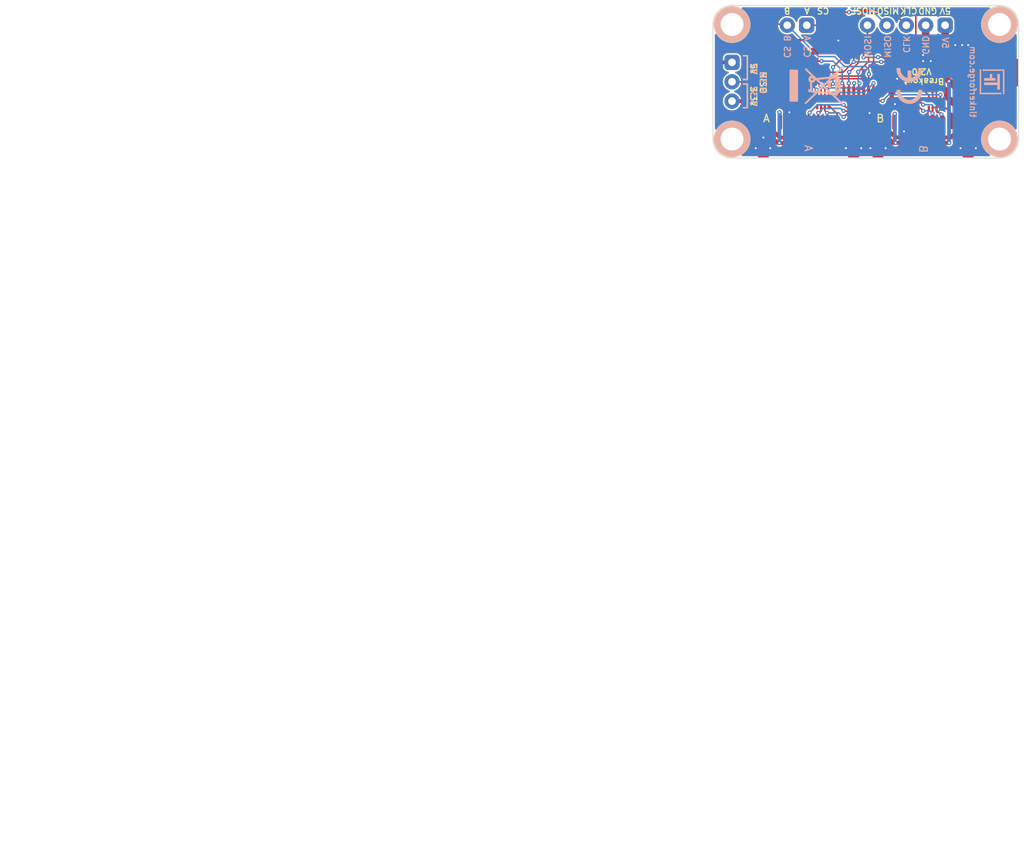
<source format=kicad_pcb>
(kicad_pcb (version 20171130) (host pcbnew 5.1.6-c6e7f7d~86~ubuntu20.04.1)

  (general
    (thickness 1.6)
    (drawings 48)
    (tracks 388)
    (zones 0)
    (modules 31)
    (nets 31)
  )

  (page A4)
  (title_block
    (title "Breakout Bricklet V2")
    (date 2020-06-19)
    (rev 2.0)
    (company "Tinkerforge GmbH")
    (comment 1 "Licensed under CERN OHL v.1.1")
    (comment 2 "Copyright (©) 2020, T.Schneidermann <tim@tinkerforge.com>")
  )

  (layers
    (0 F.Cu signal)
    (31 B.Cu signal)
    (32 B.Adhes user)
    (33 F.Adhes user)
    (34 B.Paste user)
    (35 F.Paste user)
    (36 B.SilkS user)
    (37 F.SilkS user)
    (38 B.Mask user)
    (39 F.Mask user)
    (40 Dwgs.User user)
    (41 Cmts.User user)
    (42 Eco1.User user)
    (43 Eco2.User user)
    (44 Edge.Cuts user)
    (45 Margin user)
    (46 B.CrtYd user)
    (47 F.CrtYd user)
    (48 B.Fab user)
    (49 F.Fab user)
  )

  (setup
    (last_trace_width 0.2)
    (user_trace_width 0.2)
    (user_trace_width 0.3)
    (user_trace_width 0.5)
    (user_trace_width 0.8)
    (user_trace_width 1)
    (trace_clearance 0.149)
    (zone_clearance 0.2)
    (zone_45_only no)
    (trace_min 0.2)
    (via_size 0.55)
    (via_drill 0.25)
    (via_min_size 0.55)
    (via_min_drill 0.25)
    (user_via 0.55 0.25)
    (uvia_size 0.3)
    (uvia_drill 0.1)
    (uvias_allowed no)
    (uvia_min_size 0.2)
    (uvia_min_drill 0.1)
    (edge_width 0.1)
    (segment_width 0.2)
    (pcb_text_width 0.3)
    (pcb_text_size 1.5 1.5)
    (mod_edge_width 0.15)
    (mod_text_size 1 1)
    (mod_text_width 0.15)
    (pad_size 1.524 1.524)
    (pad_drill 0.762)
    (pad_to_mask_clearance 0)
    (aux_axis_origin 106.69 84.9)
    (visible_elements FFFFFF7F)
    (pcbplotparams
      (layerselection 0x010fc_ffffffff)
      (usegerberextensions true)
      (usegerberattributes false)
      (usegerberadvancedattributes false)
      (creategerberjobfile false)
      (excludeedgelayer true)
      (linewidth 0.100000)
      (plotframeref false)
      (viasonmask false)
      (mode 1)
      (useauxorigin false)
      (hpglpennumber 1)
      (hpglpenspeed 20)
      (hpglpendiameter 15.000000)
      (psnegative false)
      (psa4output false)
      (plotreference true)
      (plotvalue true)
      (plotinvisibletext false)
      (padsonsilk false)
      (subtractmaskfromsilk false)
      (outputformat 1)
      (mirror false)
      (drillshape 0)
      (scaleselection 1)
      (outputdirectory "../../../Schreibtisch/proto/breakout_V2/"))
  )

  (net 0 "")
  (net 1 +5V)
  (net 2 GND)
  (net 3 +3.3VP)
  (net 4 "Net-(CP1-Pad4)")
  (net 5 "Net-(CP1-Pad3)")
  (net 6 "Net-(CP1-Pad2)")
  (net 7 "Net-(CP1-Pad1)")
  (net 8 "Net-(CP2-Pad1)")
  (net 9 "Net-(CP2-Pad2)")
  (net 10 "Net-(CP2-Pad3)")
  (net 11 "Net-(CP2-Pad4)")
  (net 12 "Net-(P1-Pad7)")
  (net 13 CLK)
  (net 14 MOSI)
  (net 15 MISO)
  (net 16 "Net-(P4-Pad2)")
  (net 17 "Net-(P5-Pad7)")
  (net 18 "Net-(Q1-PadS)")
  (net 19 "Net-(RP1-Pad4)")
  (net 20 "Net-(RP1-Pad3)")
  (net 21 "Net-(RP1-Pad2)")
  (net 22 "Net-(RP1-Pad1)")
  (net 23 "Net-(RP2-Pad1)")
  (net 24 "Net-(RP2-Pad2)")
  (net 25 "Net-(RP2-Pad3)")
  (net 26 "Net-(RP2-Pad4)")
  (net 27 CS_A)
  (net 28 CS_B)
  (net 29 "Net-(R5-Pad1)")
  (net 30 "Net-(R6-Pad1)")

  (net_class Default "Dies ist die voreingestellte Netzklasse."
    (clearance 0.149)
    (trace_width 0.25)
    (via_dia 0.55)
    (via_drill 0.25)
    (uvia_dia 0.3)
    (uvia_drill 0.1)
    (add_net +3.3VP)
    (add_net +5V)
    (add_net CLK)
    (add_net CS_A)
    (add_net CS_B)
    (add_net GND)
    (add_net MISO)
    (add_net MOSI)
    (add_net "Net-(CP1-Pad1)")
    (add_net "Net-(CP1-Pad2)")
    (add_net "Net-(CP1-Pad3)")
    (add_net "Net-(CP1-Pad4)")
    (add_net "Net-(CP2-Pad1)")
    (add_net "Net-(CP2-Pad2)")
    (add_net "Net-(CP2-Pad3)")
    (add_net "Net-(CP2-Pad4)")
    (add_net "Net-(P1-Pad7)")
    (add_net "Net-(P4-Pad2)")
    (add_net "Net-(P5-Pad7)")
    (add_net "Net-(Q1-PadS)")
    (add_net "Net-(R5-Pad1)")
    (add_net "Net-(R6-Pad1)")
    (add_net "Net-(RP1-Pad1)")
    (add_net "Net-(RP1-Pad2)")
    (add_net "Net-(RP1-Pad3)")
    (add_net "Net-(RP1-Pad4)")
    (add_net "Net-(RP2-Pad1)")
    (add_net "Net-(RP2-Pad2)")
    (add_net "Net-(RP2-Pad3)")
    (add_net "Net-(RP2-Pad4)")
  )

  (module kicad-libraries:SOT23GDS (layer F.Cu) (tedit 58FA4BEA) (tstamp 5EECA761)
    (at 114.74 91.55 270)
    (descr "Module CMS SOT23 Transistore EBC")
    (tags "CMS SOT")
    (path /5EF431B1)
    (attr smd)
    (fp_text reference Q1 (at -0.925 0 90) (layer F.Fab)
      (effects (font (size 0.2 0.2) (thickness 0.05)))
    )
    (fp_text value 2N7002 (at 0.775 0 90) (layer F.Fab)
      (effects (font (size 0.2 0.2) (thickness 0.05)))
    )
    (fp_line (start -1.524 -0.381) (end 1.524 -0.381) (layer F.Fab) (width 0.001))
    (fp_line (start 1.524 -0.381) (end 1.524 0.381) (layer F.Fab) (width 0.001))
    (fp_line (start 1.524 0.381) (end -1.524 0.381) (layer F.Fab) (width 0.001))
    (fp_line (start -1.524 0.381) (end -1.524 -0.381) (layer F.Fab) (width 0.001))
    (pad S smd rect (at -0.889 -1.016 270) (size 0.9144 0.9144) (layers F.Cu F.Paste F.Mask)
      (net 18 "Net-(Q1-PadS)"))
    (pad G smd rect (at 0.889 -1.016 270) (size 0.9144 0.9144) (layers F.Cu F.Paste F.Mask)
      (net 3 +3.3VP))
    (pad D smd rect (at 0 1.016 270) (size 0.9144 0.9144) (layers F.Cu F.Paste F.Mask)
      (net 15 MISO))
    (model Housing_SOT_SOD/SOT-23.wrl
      (at (xyz 0 0 0))
      (scale (xyz 1 1 1))
      (rotate (xyz 0 0 180))
    )
  )

  (module kicad-libraries:R0603F (layer F.Cu) (tedit 58F5DD02) (tstamp 5EECA76B)
    (at 112.3 90.8 90)
    (path /5EF56D8C)
    (attr smd)
    (fp_text reference R1 (at 0.05 0.225 90) (layer F.Fab)
      (effects (font (size 0.2 0.2) (thickness 0.05)))
    )
    (fp_text value 10k (at 0.05 -0.375 90) (layer F.Fab)
      (effects (font (size 0.2 0.2) (thickness 0.05)))
    )
    (fp_line (start -1.45034 -0.65024) (end 1.45034 -0.65024) (layer F.Fab) (width 0.001))
    (fp_line (start 1.45034 -0.65024) (end 1.45034 0.65024) (layer F.Fab) (width 0.001))
    (fp_line (start 1.45034 0.65024) (end -1.45034 0.65024) (layer F.Fab) (width 0.001))
    (fp_line (start -1.45034 0.65024) (end -1.45034 -0.65024) (layer F.Fab) (width 0.001))
    (pad 1 smd rect (at -0.75 0 90) (size 0.9 0.9) (layers F.Cu F.Paste F.Mask)
      (net 16 "Net-(P4-Pad2)"))
    (pad 2 smd rect (at 0.75 0 90) (size 0.9 0.9) (layers F.Cu F.Paste F.Mask)
      (net 15 MISO))
    (model Resistors_SMD/R_0603.wrl
      (at (xyz 0 0 0))
      (scale (xyz 1 1 1))
      (rotate (xyz 0 0 0))
    )
  )

  (module kicad-libraries:R0603F (layer F.Cu) (tedit 58F5DD02) (tstamp 5EECA775)
    (at 117.14 91.55 90)
    (path /5EF56A4E)
    (attr smd)
    (fp_text reference R2 (at 0.05 0.225 90) (layer F.Fab)
      (effects (font (size 0.2 0.2) (thickness 0.05)))
    )
    (fp_text value 10k (at 0.05 -0.375 90) (layer F.Fab)
      (effects (font (size 0.2 0.2) (thickness 0.05)))
    )
    (fp_line (start -1.45034 0.65024) (end -1.45034 -0.65024) (layer F.Fab) (width 0.001))
    (fp_line (start 1.45034 0.65024) (end -1.45034 0.65024) (layer F.Fab) (width 0.001))
    (fp_line (start 1.45034 -0.65024) (end 1.45034 0.65024) (layer F.Fab) (width 0.001))
    (fp_line (start -1.45034 -0.65024) (end 1.45034 -0.65024) (layer F.Fab) (width 0.001))
    (pad 2 smd rect (at 0.75 0 90) (size 0.9 0.9) (layers F.Cu F.Paste F.Mask)
      (net 18 "Net-(Q1-PadS)"))
    (pad 1 smd rect (at -0.75 0 90) (size 0.9 0.9) (layers F.Cu F.Paste F.Mask)
      (net 3 +3.3VP))
    (model Resistors_SMD/R_0603.wrl
      (at (xyz 0 0 0))
      (scale (xyz 1 1 1))
      (rotate (xyz 0 0 0))
    )
  )

  (module kicad-libraries:CE_5mm (layer B.Cu) (tedit 5922FFD4) (tstamp 5EFD39A6)
    (at 132.4 95.4 90)
    (fp_text reference VAL (at 0 0 90) (layer B.SilkS) hide
      (effects (font (size 0.2 0.2) (thickness 0.05)) (justify mirror))
    )
    (fp_text value CE_5mm (at 0 0 90) (layer B.SilkS) hide
      (effects (font (size 0.2 0.2) (thickness 0.05)) (justify mirror))
    )
    (fp_poly (pts (xy 2.3114 -1.67132) (xy 2.30124 -1.67132) (xy 2.28854 -1.67386) (xy 2.26822 -1.6764)
      (xy 2.24282 -1.6764) (xy 2.21742 -1.67894) (xy 2.18694 -1.67894) (xy 2.15646 -1.67894)
      (xy 2.12852 -1.67894) (xy 2.10058 -1.67894) (xy 2.07518 -1.67894) (xy 2.05232 -1.67894)
      (xy 2.04978 -1.67894) (xy 1.96088 -1.67132) (xy 1.87706 -1.66116) (xy 1.79578 -1.64592)
      (xy 1.7145 -1.6256) (xy 1.65862 -1.61036) (xy 1.55956 -1.57988) (xy 1.46304 -1.53924)
      (xy 1.36906 -1.49606) (xy 1.27762 -1.44526) (xy 1.18872 -1.38938) (xy 1.1049 -1.32588)
      (xy 1.02362 -1.25984) (xy 0.94742 -1.18872) (xy 0.8763 -1.11252) (xy 0.81026 -1.03378)
      (xy 0.762 -0.96774) (xy 0.70358 -0.87884) (xy 0.65024 -0.78994) (xy 0.60452 -0.69596)
      (xy 0.56642 -0.60198) (xy 0.53086 -0.50546) (xy 0.50546 -0.4064) (xy 0.4826 -0.30734)
      (xy 0.46736 -0.20828) (xy 0.4572 -0.10668) (xy 0.45466 -0.00508) (xy 0.4572 0.09398)
      (xy 0.46482 0.19558) (xy 0.48006 0.29464) (xy 0.50038 0.39624) (xy 0.52832 0.49276)
      (xy 0.56134 0.58928) (xy 0.59944 0.68326) (xy 0.64516 0.77724) (xy 0.69596 0.86868)
      (xy 0.75184 0.95504) (xy 0.79248 1.01092) (xy 0.85852 1.0922) (xy 0.9271 1.1684)
      (xy 1.0033 1.24206) (xy 1.08204 1.31064) (xy 1.16332 1.3716) (xy 1.24968 1.42748)
      (xy 1.33858 1.48082) (xy 1.43256 1.52654) (xy 1.52654 1.56718) (xy 1.6256 1.6002)
      (xy 1.72466 1.62814) (xy 1.82626 1.651) (xy 1.9304 1.66878) (xy 2.03454 1.6764)
      (xy 2.13614 1.68148) (xy 2.15392 1.68148) (xy 2.17424 1.67894) (xy 2.19964 1.67894)
      (xy 2.2225 1.67894) (xy 2.24536 1.6764) (xy 2.26568 1.67386) (xy 2.28346 1.67386)
      (xy 2.29616 1.67132) (xy 2.2987 1.67132) (xy 2.30886 1.67132) (xy 2.30886 1.40208)
      (xy 2.30886 1.13538) (xy 2.29108 1.13792) (xy 2.2352 1.143) (xy 2.17678 1.14554)
      (xy 2.11836 1.14554) (xy 2.06248 1.143) (xy 2.00914 1.13792) (xy 2.0066 1.13792)
      (xy 1.9177 1.12268) (xy 1.83134 1.10236) (xy 1.74752 1.07442) (xy 1.66878 1.0414)
      (xy 1.59004 1.0033) (xy 1.51638 0.95758) (xy 1.44526 0.90932) (xy 1.37668 0.85344)
      (xy 1.31318 0.79248) (xy 1.25476 0.72644) (xy 1.21158 0.67056) (xy 1.16586 0.60452)
      (xy 1.12268 0.53086) (xy 1.08712 0.4572) (xy 1.0541 0.37592) (xy 1.03378 0.31242)
      (xy 1.0287 0.29464) (xy 1.02616 0.28194) (xy 1.02362 0.27178) (xy 1.02108 0.2667)
      (xy 1.02362 0.2667) (xy 1.0287 0.26416) (xy 1.03378 0.26416) (xy 1.04394 0.26416)
      (xy 1.0541 0.26416) (xy 1.06934 0.26416) (xy 1.08712 0.26416) (xy 1.10998 0.26416)
      (xy 1.13538 0.26162) (xy 1.16586 0.26162) (xy 1.20142 0.26162) (xy 1.23952 0.26162)
      (xy 1.28524 0.26162) (xy 1.33604 0.26162) (xy 1.39192 0.26162) (xy 1.45542 0.26162)
      (xy 1.49352 0.26162) (xy 1.96596 0.26162) (xy 1.96596 0.01016) (xy 1.96596 -0.2413)
      (xy 1.48844 -0.24384) (xy 1.00838 -0.24384) (xy 1.02362 -0.29972) (xy 1.03632 -0.35052)
      (xy 1.05156 -0.39624) (xy 1.06934 -0.43942) (xy 1.08712 -0.48514) (xy 1.10998 -0.53086)
      (xy 1.11506 -0.54102) (xy 1.1557 -0.61722) (xy 1.20396 -0.68834) (xy 1.2573 -0.75692)
      (xy 1.31572 -0.82296) (xy 1.37922 -0.88138) (xy 1.44526 -0.93726) (xy 1.48082 -0.96266)
      (xy 1.55448 -1.01092) (xy 1.63068 -1.05156) (xy 1.70942 -1.08712) (xy 1.7907 -1.1176)
      (xy 1.87706 -1.143) (xy 1.96596 -1.16078) (xy 1.98374 -1.16332) (xy 2.01168 -1.16586)
      (xy 2.04216 -1.1684) (xy 2.07518 -1.17094) (xy 2.11074 -1.17094) (xy 2.1463 -1.17348)
      (xy 2.18186 -1.17348) (xy 2.21742 -1.17094) (xy 2.2479 -1.17094) (xy 2.27584 -1.1684)
      (xy 2.2987 -1.16586) (xy 2.30378 -1.16332) (xy 2.3114 -1.16332) (xy 2.3114 -1.41732)
      (xy 2.3114 -1.67132)) (layer B.SilkS) (width 0.00254))
    (fp_poly (pts (xy -0.55372 -1.67132) (xy -0.5715 -1.67386) (xy -0.57912 -1.6764) (xy -0.59436 -1.6764)
      (xy -0.61214 -1.6764) (xy -0.635 -1.6764) (xy -0.65786 -1.67894) (xy -0.68326 -1.67894)
      (xy -0.70866 -1.67894) (xy -0.73406 -1.67894) (xy -0.75692 -1.67894) (xy -0.7747 -1.67894)
      (xy -0.7874 -1.67894) (xy -0.79756 -1.67894) (xy -0.80518 -1.67894) (xy -0.82042 -1.6764)
      (xy -0.83566 -1.6764) (xy -0.85598 -1.67386) (xy -0.95758 -1.66116) (xy -1.05664 -1.64338)
      (xy -1.15824 -1.62052) (xy -1.2573 -1.59004) (xy -1.35382 -1.55194) (xy -1.40462 -1.53162)
      (xy -1.49606 -1.4859) (xy -1.58496 -1.4351) (xy -1.67386 -1.37922) (xy -1.75514 -1.31826)
      (xy -1.83642 -1.24968) (xy -1.91008 -1.17856) (xy -1.9812 -1.10236) (xy -2.04724 -1.02108)
      (xy -2.1082 -0.93726) (xy -2.14884 -0.87376) (xy -2.18694 -0.80772) (xy -2.2225 -0.7366)
      (xy -2.25552 -0.66548) (xy -2.286 -0.59436) (xy -2.30886 -0.52324) (xy -2.3114 -0.51562)
      (xy -2.34188 -0.41402) (xy -2.36474 -0.30988) (xy -2.37998 -0.20574) (xy -2.39014 -0.09906)
      (xy -2.39268 0.00508) (xy -2.39014 0.11176) (xy -2.37998 0.2159) (xy -2.36474 0.31496)
      (xy -2.34188 0.41402) (xy -2.3114 0.51308) (xy -2.27838 0.6096) (xy -2.23774 0.70612)
      (xy -2.19202 0.79756) (xy -2.14122 0.88646) (xy -2.10566 0.9398) (xy -2.0447 1.02362)
      (xy -1.97866 1.1049) (xy -1.90754 1.1811) (xy -1.83388 1.25222) (xy -1.7526 1.31826)
      (xy -1.66878 1.38176) (xy -1.58242 1.43764) (xy -1.49098 1.48844) (xy -1.397 1.53416)
      (xy -1.30048 1.5748) (xy -1.20142 1.60782) (xy -1.19888 1.60782) (xy -1.10998 1.63322)
      (xy -1.016 1.651) (xy -0.92202 1.66624) (xy -0.8255 1.6764) (xy -0.73152 1.67894)
      (xy -0.64008 1.67894) (xy -0.58166 1.67386) (xy -0.55372 1.67386) (xy -0.55372 1.4097)
      (xy -0.55372 1.14808) (xy -0.56134 1.15062) (xy -0.57658 1.15316) (xy -0.5969 1.1557)
      (xy -0.6223 1.15824) (xy -0.65024 1.15824) (xy -0.68072 1.15824) (xy -0.71374 1.15824)
      (xy -0.74676 1.15824) (xy -0.77724 1.15824) (xy -0.80772 1.1557) (xy -0.83312 1.15316)
      (xy -0.8509 1.15062) (xy -0.9398 1.13538) (xy -1.02616 1.11506) (xy -1.10998 1.08712)
      (xy -1.19126 1.0541) (xy -1.27 1.01346) (xy -1.34366 0.97028) (xy -1.41478 0.91948)
      (xy -1.48336 0.86106) (xy -1.524 0.82296) (xy -1.58496 0.75692) (xy -1.64084 0.68834)
      (xy -1.6891 0.61468) (xy -1.73228 0.54102) (xy -1.77038 0.46228) (xy -1.8034 0.381)
      (xy -1.8288 0.29718) (xy -1.84658 0.21082) (xy -1.85928 0.12192) (xy -1.86182 0.09906)
      (xy -1.86436 0.0762) (xy -1.86436 0.04572) (xy -1.86436 0.0127) (xy -1.86436 -0.02286)
      (xy -1.86436 -0.05842) (xy -1.86182 -0.09144) (xy -1.85928 -0.12192) (xy -1.85674 -0.14986)
      (xy -1.85674 -0.16256) (xy -1.8415 -0.24384) (xy -1.82118 -0.32258) (xy -1.79578 -0.39878)
      (xy -1.7653 -0.47498) (xy -1.75006 -0.50292) (xy -1.71196 -0.57658) (xy -1.67132 -0.64516)
      (xy -1.62306 -0.70866) (xy -1.57226 -0.77216) (xy -1.524 -0.82296) (xy -1.4605 -0.88138)
      (xy -1.39192 -0.93726) (xy -1.31826 -0.98552) (xy -1.2446 -1.0287) (xy -1.16332 -1.0668)
      (xy -1.08204 -1.09728) (xy -0.99822 -1.12268) (xy -0.90932 -1.143) (xy -0.87122 -1.14808)
      (xy -0.85344 -1.15062) (xy -0.8382 -1.15316) (xy -0.8255 -1.1557) (xy -0.81026 -1.1557)
      (xy -0.79502 -1.1557) (xy -0.77724 -1.15824) (xy -0.75692 -1.15824) (xy -0.72898 -1.15824)
      (xy -0.70612 -1.15824) (xy -0.67818 -1.15824) (xy -0.65278 -1.15824) (xy -0.62738 -1.1557)
      (xy -0.60706 -1.1557) (xy -0.59182 -1.1557) (xy -0.57912 -1.15316) (xy -0.56642 -1.15316)
      (xy -0.5588 -1.15062) (xy -0.55626 -1.15062) (xy -0.55626 -1.15316) (xy -0.55626 -1.16332)
      (xy -0.55626 -1.17856) (xy -0.55626 -1.19888) (xy -0.55626 -1.22428) (xy -0.55372 -1.25476)
      (xy -0.55372 -1.28778) (xy -0.55372 -1.32334) (xy -0.55372 -1.36144) (xy -0.55372 -1.40208)
      (xy -0.55372 -1.41224) (xy -0.55372 -1.67132)) (layer B.SilkS) (width 0.00254))
  )

  (module kicad-libraries:WEEE_7mm (layer B.Cu) (tedit 5922FFAE) (tstamp 5EFD39B5)
    (at 120.29 95.4 90)
    (fp_text reference VAL (at 0 0 90) (layer B.SilkS) hide
      (effects (font (size 0.2 0.2) (thickness 0.05)) (justify mirror))
    )
    (fp_text value WEEE_7mm (at 0.75 0 90) (layer B.SilkS) hide
      (effects (font (size 0.2 0.2) (thickness 0.05)) (justify mirror))
    )
    (fp_poly (pts (xy 2.482863 3.409859) (xy 2.480804 3.376179) (xy 2.471206 3.341837) (xy 2.44964 3.301407)
      (xy 2.411675 3.249463) (xy 2.352883 3.180577) (xy 2.268835 3.089322) (xy 2.155101 2.970274)
      (xy 2.007251 2.818004) (xy 1.961444 2.771041) (xy 1.439333 2.23603) (xy 1.439333 1.978793)
      (xy 1.439333 1.721555) (xy 1.298222 1.721555) (xy 1.298222 1.994947) (xy 1.298222 2.099005)
      (xy 1.213555 2.017889) (xy 1.160676 1.962169) (xy 1.131131 1.921219) (xy 1.128889 1.913831)
      (xy 1.153434 1.897717) (xy 1.212566 1.89089) (xy 1.213555 1.890889) (xy 1.269418 1.895963)
      (xy 1.29309 1.922356) (xy 1.298206 1.986828) (xy 1.298222 1.994947) (xy 1.298222 1.721555)
      (xy 1.28539 1.721555) (xy 1.241376 1.723224) (xy 1.205837 1.724651) (xy 1.177386 1.720468)
      (xy 1.154636 1.705309) (xy 1.136199 1.673804) (xy 1.120687 1.620585) (xy 1.106713 1.540286)
      (xy 1.092889 1.427539) (xy 1.077827 1.276974) (xy 1.060141 1.083225) (xy 1.038443 0.840924)
      (xy 1.028031 0.725936) (xy 1.016 0.593851) (xy 1.016 2.342444) (xy 1.016 2.427111)
      (xy 0.964919 2.427111) (xy 0.964919 2.654131) (xy 0.96044 2.665934) (xy 0.910629 2.701752)
      (xy 0.825292 2.742703) (xy 0.723934 2.781372) (xy 0.626061 2.810345) (xy 0.551179 2.822208)
      (xy 0.549274 2.822222) (xy 0.494484 2.808563) (xy 0.479778 2.765778) (xy 0.476666 2.742735)
      (xy 0.461334 2.726991) (xy 0.424786 2.717163) (xy 0.358027 2.711867) (xy 0.252063 2.709719)
      (xy 0.239909 2.709686) (xy 0.239909 2.892647) (xy 0.233665 2.897338) (xy 0.218722 2.899226)
      (xy 0.112749 2.903792) (xy 0.007055 2.899226) (xy -0.017767 2.894178) (xy 0.007962 2.890336)
      (xy 0.078354 2.888317) (xy 0.112889 2.888155) (xy 0.197687 2.889381) (xy 0.239909 2.892647)
      (xy 0.239909 2.709686) (xy 0.112889 2.709333) (xy -0.254 2.709333) (xy -0.254 2.782537)
      (xy -0.256796 2.824575) (xy -0.274517 2.843911) (xy -0.321168 2.845575) (xy -0.402167 2.835755)
      (xy -0.502773 2.820747) (xy -0.559752 2.80431) (xy -0.585498 2.778111) (xy -0.592403 2.733815)
      (xy -0.592667 2.707668) (xy -0.592667 2.624667) (xy 0.201011 2.624667) (xy 0.434757 2.624964)
      (xy 0.617649 2.62606) (xy 0.755277 2.628256) (xy 0.853229 2.631858) (xy 0.917094 2.637169)
      (xy 0.952461 2.644492) (xy 0.964919 2.654131) (xy 0.964919 2.427111) (xy 0.026103 2.427111)
      (xy -0.874889 2.427111) (xy -0.874889 2.652889) (xy -0.884518 2.680377) (xy -0.887335 2.681111)
      (xy -0.91143 2.661335) (xy -0.917222 2.652889) (xy -0.914985 2.626883) (xy -0.904777 2.624667)
      (xy -0.876038 2.645153) (xy -0.874889 2.652889) (xy -0.874889 2.427111) (xy -0.963793 2.427111)
      (xy -0.943537 2.166055) (xy -0.938094 2.087369) (xy -0.932714 2.024235) (xy -0.92321 1.970393)
      (xy -0.905395 1.919583) (xy -0.875081 1.865545) (xy -0.828081 1.802019) (xy -0.760208 1.722746)
      (xy -0.667273 1.621464) (xy -0.54509 1.491915) (xy -0.389471 1.327837) (xy -0.366889 1.303985)
      (xy -0.042333 0.961041) (xy 0.205281 1.207243) (xy 0.452896 1.453444) (xy 0.099448 1.461343)
      (xy -0.254 1.469242) (xy -0.254 1.623621) (xy -0.254 1.778) (xy 0.183444 1.778)
      (xy 0.620889 1.778) (xy 0.620889 1.701353) (xy 0.622969 1.664993) (xy 0.634687 1.65375)
      (xy 0.664256 1.671682) (xy 0.719893 1.722845) (xy 0.776111 1.778) (xy 0.854414 1.857186)
      (xy 0.900636 1.914327) (xy 0.92323 1.966659) (xy 0.930646 2.031417) (xy 0.931333 2.094536)
      (xy 0.934803 2.190842) (xy 0.947055 2.241675) (xy 0.97085 2.257681) (xy 0.973667 2.257778)
      (xy 1.007275 2.28302) (xy 1.016 2.342444) (xy 1.016 0.593851) (xy 0.954054 -0.086239)
      (xy 1.34486 -0.498024) (xy 1.555216 -0.719617) (xy 1.729916 -0.903769) (xy 1.872041 -1.054091)
      (xy 1.984676 -1.174196) (xy 2.070901 -1.267694) (xy 2.133801 -1.338196) (xy 2.176457 -1.389314)
      (xy 2.201952 -1.424658) (xy 2.21337 -1.447841) (xy 2.213792 -1.462473) (xy 2.206301 -1.472165)
      (xy 2.19398 -1.480529) (xy 2.187398 -1.485028) (xy 2.139541 -1.515553) (xy 2.118022 -1.524)
      (xy 2.094879 -1.504317) (xy 2.039069 -1.449218) (xy 1.956356 -1.364626) (xy 1.852504 -1.256463)
      (xy 1.733278 -1.130652) (xy 1.678916 -1.072812) (xy 1.255889 -0.621625) (xy 1.239947 -0.712979)
      (xy 1.197516 -0.849251) (xy 1.119827 -0.950313) (xy 1.079557 -0.982306) (xy 1.017977 -1.011638)
      (xy 1.017977 -0.632978) (xy 0.995676 -0.556992) (xy 0.945013 -0.49721) (xy 0.945013 1.715394)
      (xy 0.94482 1.716067) (xy 0.923395 1.700567) (xy 0.870211 1.651048) (xy 0.792165 1.57462)
      (xy 0.696154 1.478392) (xy 0.589075 1.369476) (xy 0.477826 1.254981) (xy 0.369303 1.142017)
      (xy 0.270405 1.037695) (xy 0.188029 0.949124) (xy 0.129071 0.883415) (xy 0.100429 0.847678)
      (xy 0.098778 0.843916) (xy 0.117043 0.81413) (xy 0.166773 0.753937) (xy 0.240369 0.67125)
      (xy 0.330231 0.573984) (xy 0.42876 0.470051) (xy 0.528358 0.367365) (xy 0.621424 0.273839)
      (xy 0.70036 0.197387) (xy 0.757566 0.145921) (xy 0.785443 0.127355) (xy 0.786505 0.12776)
      (xy 0.793707 0.159396) (xy 0.805121 0.239895) (xy 0.819901 0.361901) (xy 0.837205 0.51806)
      (xy 0.856186 0.701015) (xy 0.876002 0.903411) (xy 0.878183 0.926402) (xy 0.897143 1.129855)
      (xy 0.913788 1.314176) (xy 0.927509 1.472128) (xy 0.937694 1.596473) (xy 0.943732 1.679974)
      (xy 0.945013 1.715394) (xy 0.945013 -0.49721) (xy 0.944024 -0.496043) (xy 0.871243 -0.460602)
      (xy 0.785555 -0.461141) (xy 0.764432 -0.470982) (xy 0.764432 -0.168896) (xy 0.745079 -0.120107)
      (xy 0.697438 -0.051745) (xy 0.618576 0.041481) (xy 0.505557 0.164861) (xy 0.374559 0.303585)
      (xy -0.041854 0.741711) (xy -0.132242 0.647751) (xy -0.132242 0.841738) (xy -0.508984 1.238599)
      (xy -0.625421 1.36067) (xy -0.727784 1.466874) (xy -0.810087 1.55109) (xy -0.866341 1.607198)
      (xy -0.89056 1.629078) (xy -0.891025 1.629119) (xy -0.890844 1.599805) (xy -0.886195 1.523686)
      (xy -0.877886 1.410152) (xy -0.866727 1.268597) (xy -0.853528 1.108412) (xy -0.839099 0.938988)
      (xy -0.824249 0.769717) (xy -0.809789 0.60999) (xy -0.796527 0.4692) (xy -0.785274 0.356738)
      (xy -0.776839 0.281995) (xy -0.772591 0.25543) (xy -0.74805 0.256656) (xy -0.687291 0.300651)
      (xy -0.590212 0.387499) (xy -0.456711 0.517286) (xy -0.445848 0.528132) (xy -0.132242 0.841738)
      (xy -0.132242 0.647751) (xy -0.403136 0.366149) (xy -0.532757 0.230252) (xy -0.62722 0.127772)
      (xy -0.691435 0.052372) (xy -0.730313 -0.002286) (xy -0.748765 -0.04254) (xy -0.751699 -0.074729)
      (xy -0.750572 -0.082317) (xy -0.742402 -0.14269) (xy -0.732359 -0.241951) (xy -0.722136 -0.362656)
      (xy -0.718145 -0.416278) (xy -0.699563 -0.677333) (xy -0.138115 -0.677333) (xy 0.423333 -0.677333)
      (xy 0.423333 -0.584835) (xy 0.449981 -0.463491) (xy 0.523642 -0.355175) (xy 0.63489 -0.272054)
      (xy 0.682126 -0.250719) (xy 0.73002 -0.228911) (xy 0.758434 -0.2034) (xy 0.764432 -0.168896)
      (xy 0.764432 -0.470982) (xy 0.711835 -0.495489) (xy 0.659024 -0.562819) (xy 0.647539 -0.649049)
      (xy 0.676635 -0.735445) (xy 0.723473 -0.788174) (xy 0.784468 -0.828555) (xy 0.830825 -0.846601)
      (xy 0.832555 -0.846667) (xy 0.877213 -0.830394) (xy 0.938072 -0.790949) (xy 0.941638 -0.788174)
      (xy 1.002705 -0.713529) (xy 1.017977 -0.632978) (xy 1.017977 -1.011638) (xy 0.949842 -1.044093)
      (xy 0.810166 -1.060981) (xy 0.675259 -1.034339) (xy 0.559855 -0.965538) (xy 0.525993 -0.9308)
      (xy 0.455199 -0.846667) (xy -0.0264 -0.846667) (xy -0.508 -0.846667) (xy -0.508 -0.959556)
      (xy -0.508 -1.072445) (xy -0.649111 -1.072445) (xy -0.790222 -1.072445) (xy -0.790222 -0.975954)
      (xy -0.803072 -0.881747) (xy -0.831861 -0.799565) (xy -0.85235 -0.735143) (xy -0.871496 -0.630455)
      (xy -0.886633 -0.501661) (xy -0.8916 -0.437445) (xy -0.909702 -0.155222) (xy -1.596125 -0.853722)
      (xy -1.756866 -1.017004) (xy -1.904817 -1.166738) (xy -2.035402 -1.29834) (xy -2.144049 -1.407222)
      (xy -2.226183 -1.4888) (xy -2.277232 -1.538486) (xy -2.292741 -1.552222) (xy -2.318618 -1.535182)
      (xy -2.3368 -1.518356) (xy -2.366614 -1.474736) (xy -2.370667 -1.458297) (xy -2.351653 -1.432751)
      (xy -2.297528 -1.371534) (xy -2.212667 -1.27931) (xy -2.101445 -1.160741) (xy -1.968236 -1.020491)
      (xy -1.817416 -0.863223) (xy -1.653359 -0.693601) (xy -1.649999 -0.690141) (xy -0.929331 0.051823)
      (xy -1.000888 0.874398) (xy -1.019193 1.08713) (xy -1.035769 1.284177) (xy -1.049992 1.457782)
      (xy -1.061239 1.600189) (xy -1.068889 1.70364) (xy -1.072318 1.760379) (xy -1.072445 1.765937)
      (xy -1.083169 1.796856) (xy -1.117145 1.848518) (xy -1.177081 1.924038) (xy -1.265681 2.026535)
      (xy -1.385653 2.159123) (xy -1.539703 2.324921) (xy -1.730537 2.527044) (xy -1.763174 2.561396)
      (xy -1.94576 2.753708) (xy -2.093058 2.909847) (xy -2.208848 3.034377) (xy -2.296909 3.131865)
      (xy -2.361021 3.206878) (xy -2.404962 3.263981) (xy -2.432513 3.30774) (xy -2.447452 3.342721)
      (xy -2.453559 3.373491) (xy -2.454619 3.396775) (xy -2.455333 3.505661) (xy -2.136329 3.170998)
      (xy -2.000627 3.028421) (xy -1.842494 2.861938) (xy -1.678217 2.688716) (xy -1.524082 2.52592)
      (xy -1.466152 2.46464) (xy -1.354055 2.346541) (xy -1.256193 2.244484) (xy -1.178749 2.164831)
      (xy -1.127907 2.113947) (xy -1.109886 2.09804) (xy -1.109577 2.126426) (xy -1.113821 2.195386)
      (xy -1.12076 2.279234) (xy -1.130834 2.37523) (xy -1.143684 2.427922) (xy -1.166434 2.45028)
      (xy -1.206208 2.455276) (xy -1.217475 2.455333) (xy -1.274769 2.462802) (xy -1.295863 2.497097)
      (xy -1.298222 2.54) (xy -1.290268 2.600887) (xy -1.25796 2.622991) (xy -1.232974 2.624667)
      (xy -1.165809 2.649307) (xy -1.106569 2.707387) (xy -1.038059 2.780849) (xy -0.96015 2.840472)
      (xy -0.90268 2.886543) (xy -0.87527 2.932359) (xy -0.874889 2.936944) (xy -0.866717 2.958171)
      (xy -0.836053 2.973488) (xy -0.773676 2.98482) (xy -0.670366 2.994091) (xy -0.571902 3.000209)
      (xy -0.444753 3.009947) (xy -0.342774 3.022633) (xy -0.277341 3.036575) (xy -0.259106 3.046795)
      (xy -0.227621 3.061127) (xy -0.152899 3.071083) (xy -0.047962 3.076818) (xy 0.074164 3.078489)
      (xy 0.200456 3.076251) (xy 0.31789 3.07026) (xy 0.41344 3.060673) (xy 0.474084 3.047645)
      (xy 0.488466 3.037844) (xy 0.523084 3.012128) (xy 0.59531 2.989452) (xy 0.645346 2.980608)
      (xy 0.752526 2.955733) (xy 0.873538 2.912358) (xy 0.942299 2.880321) (xy 1.046225 2.831835)
      (xy 1.128071 2.811654) (xy 1.210866 2.814154) (xy 1.212404 2.814358) (xy 1.324381 2.811082)
      (xy 1.398504 2.765955) (xy 1.435053 2.678737) (xy 1.439333 2.621893) (xy 1.416263 2.519845)
      (xy 1.351912 2.452433) (xy 1.25357 2.427141) (xy 1.249609 2.427111) (xy 1.20332 2.41653)
      (xy 1.186549 2.373932) (xy 1.185333 2.342444) (xy 1.192841 2.282987) (xy 1.210931 2.257784)
      (xy 1.211244 2.257778) (xy 1.236778 2.277108) (xy 1.296879 2.331881) (xy 1.386564 2.417269)
      (xy 1.500846 2.528446) (xy 1.634743 2.660585) (xy 1.783269 2.808858) (xy 1.859662 2.885722)
      (xy 2.48217 3.513666) (xy 2.482863 3.409859)) (layer B.SilkS) (width 0.1))
    (fp_poly (pts (xy 2.032 -3.527778) (xy -0.014111 -3.527778) (xy -2.060222 -3.527778) (xy -2.060222 -3.019778)
      (xy -2.060222 -2.511778) (xy -0.014111 -2.511778) (xy 2.032 -2.511778) (xy 2.032 -3.019778)
      (xy 2.032 -3.527778)) (layer B.SilkS) (width 0.1))
  )

  (module kicad-libraries:Logo_31x31 (layer B.Cu) (tedit 0) (tstamp 5EECDAC1)
    (at 143.2 94.9 90)
    (fp_text reference G*** (at 0 0 270) (layer B.SilkS) hide
      (effects (font (size 1.524 1.524) (thickness 0.3)) (justify mirror))
    )
    (fp_text value LOGO (at 0.75 0 270) (layer B.SilkS) hide
      (effects (font (size 1.524 1.524) (thickness 0.3)) (justify mirror))
    )
    (fp_poly (pts (xy 0.483809 0.030238) (xy 1.016 0.030238) (xy 1.016 -0.27819) (xy 0.483809 -0.27819)
      (xy 0.483809 -1.016) (xy 0.145142 -1.016) (xy 0.145142 0.459619) (xy 0.483809 0.459619)
      (xy 0.483809 0.030238)) (layer B.SilkS) (width 0.01))
    (fp_poly (pts (xy 1.016 0.701524) (xy -0.090715 0.701524) (xy -0.090715 -1.016) (xy -0.429381 -1.016)
      (xy -0.429381 0.701524) (xy -1.028096 0.701524) (xy -1.028096 1.034143) (xy 1.016 1.034143)
      (xy 1.016 0.701524)) (layer B.SilkS) (width 0.01))
    (fp_poly (pts (xy 1.614714 -1.221619) (xy 1.427238 -1.221619) (xy 1.427238 1.439334) (xy -1.62681 1.439334)
      (xy -1.62681 1.62681) (xy 1.614714 1.62681) (xy 1.614714 -1.221619)) (layer B.SilkS) (width 0.01))
    (fp_poly (pts (xy -1.433286 -1.42119) (xy 1.614714 -1.42119) (xy 1.614714 -1.608666) (xy -1.62681 -1.608666)
      (xy -1.62681 1.239762) (xy -1.433286 1.239762) (xy -1.433286 -1.42119)) (layer B.SilkS) (width 0.01))
  )

  (module kicad-libraries:4X0402 (layer F.Cu) (tedit 590B1710) (tstamp 5EECB67C)
    (at 135.69 97.8 180)
    (path /5EEECF5E)
    (attr smd)
    (fp_text reference RP2 (at -0.025 0.25) (layer F.Fab)
      (effects (font (size 0.2 0.2) (thickness 0.05)))
    )
    (fp_text value 82 (at -0.025 -0.45) (layer F.Fab)
      (effects (font (size 0.2 0.2) (thickness 0.05)))
    )
    (fp_line (start -1.04902 -0.89916) (end 1.04902 -0.89916) (layer F.Fab) (width 0.001))
    (fp_line (start 1.04902 -0.89916) (end 1.04902 0.89916) (layer F.Fab) (width 0.001))
    (fp_line (start -1.04902 0.89916) (end 1.04902 0.89916) (layer F.Fab) (width 0.001))
    (fp_line (start -1.04902 -0.89916) (end -1.04902 0.89916) (layer F.Fab) (width 0.001))
    (pad 1 smd rect (at -0.7493 0.575) (size 0.29972 0.65) (layers F.Cu F.Paste F.Mask)
      (net 23 "Net-(RP2-Pad1)"))
    (pad 2 smd rect (at -0.24892 0.575) (size 0.29972 0.65) (layers F.Cu F.Paste F.Mask)
      (net 24 "Net-(RP2-Pad2)"))
    (pad 3 smd rect (at 0.24892 0.575) (size 0.29972 0.65) (layers F.Cu F.Paste F.Mask)
      (net 25 "Net-(RP2-Pad3)"))
    (pad 4 smd rect (at 0.7493 0.575) (size 0.29972 0.65) (layers F.Cu F.Paste F.Mask)
      (net 26 "Net-(RP2-Pad4)"))
    (pad 5 smd rect (at 0.7493 -0.575 180) (size 0.29972 0.65) (layers F.Cu F.Paste F.Mask)
      (net 8 "Net-(CP2-Pad1)"))
    (pad 6 smd rect (at 0.24892 -0.575 180) (size 0.29972 0.65) (layers F.Cu F.Paste F.Mask)
      (net 9 "Net-(CP2-Pad2)"))
    (pad 7 smd rect (at -0.24892 -0.575 180) (size 0.29972 0.65) (layers F.Cu F.Paste F.Mask)
      (net 10 "Net-(CP2-Pad3)"))
    (pad 8 smd rect (at -0.7493 -0.575 180) (size 0.29972 0.65) (layers F.Cu F.Paste F.Mask)
      (net 17 "Net-(P5-Pad7)"))
    (model Resistors_SMD/R_4x0402.wrl
      (at (xyz 0 0 0))
      (scale (xyz 1 1 1))
      (rotate (xyz 0 0 90))
    )
  )

  (module kicad-libraries:TSSOP20 (layer F.Cu) (tedit 58F77828) (tstamp 5EECC08C)
    (at 126.09 93.2 180)
    (path /5EEE13FC)
    (fp_text reference U2 (at 0 0) (layer F.Fab)
      (effects (font (size 0.3 0.3) (thickness 0.075)))
    )
    (fp_text value 74AHC244 (at -0.05 0.66) (layer F.Fab)
      (effects (font (size 0.3 0.3) (thickness 0.075)))
    )
    (fp_line (start -3.24866 -2.19964) (end 3.24866 -2.19964) (layer F.Fab) (width 0.001))
    (fp_line (start 3.24866 -2.19964) (end 3.24866 2.19964) (layer F.Fab) (width 0.001))
    (fp_line (start -3.24866 2.19964) (end 3.24866 2.19964) (layer F.Fab) (width 0.001))
    (fp_line (start -3.24866 -2.19964) (end -3.24866 2.19964) (layer F.Fab) (width 0.001))
    (fp_line (start -3.24866 1.59766) (end -2.64922 2.19964) (layer F.Fab) (width 0.001))
    (pad 1 smd rect (at -2.92354 2.84988) (size 0.39878 1.09982) (layers F.Cu F.Paste F.Mask)
      (net 27 CS_A))
    (pad 2 smd rect (at -2.2733 2.84988) (size 0.39878 1.09982) (layers F.Cu F.Paste F.Mask)
      (net 27 CS_A))
    (pad 3 smd rect (at -1.62306 2.84988) (size 0.39878 1.09982) (layers F.Cu F.Paste F.Mask)
      (net 26 "Net-(RP2-Pad4)"))
    (pad 4 smd rect (at -0.97282 2.84988) (size 0.39878 1.09982) (layers F.Cu F.Paste F.Mask)
      (net 14 MOSI))
    (pad 5 smd rect (at -0.32258 2.84988) (size 0.39878 1.09982) (layers F.Cu F.Paste F.Mask)
      (net 24 "Net-(RP2-Pad2)"))
    (pad 6 smd rect (at 0.32258 2.84988) (size 0.39878 1.09982) (layers F.Cu F.Paste F.Mask)
      (net 13 CLK))
    (pad 7 smd rect (at 0.97282 2.84988) (size 0.39878 1.09982) (layers F.Cu F.Paste F.Mask)
      (net 25 "Net-(RP2-Pad3)"))
    (pad 8 smd rect (at 1.62306 2.84988) (size 0.39878 1.09982) (layers F.Cu F.Paste F.Mask)
      (net 22 "Net-(RP1-Pad1)"))
    (pad 9 smd rect (at 2.2733 2.84988) (size 0.39878 1.09982) (layers F.Cu F.Paste F.Mask)
      (net 30 "Net-(R6-Pad1)"))
    (pad 10 smd rect (at 2.92354 2.84988) (size 0.39878 1.09982) (layers F.Cu F.Paste F.Mask)
      (net 2 GND))
    (pad 11 smd rect (at 2.92354 -2.84988 180) (size 0.39878 1.09982) (layers F.Cu F.Paste F.Mask)
      (net 23 "Net-(RP2-Pad1)"))
    (pad 12 smd rect (at 2.2733 -2.84988 180) (size 0.39878 1.09982) (layers F.Cu F.Paste F.Mask)
      (net 29 "Net-(R5-Pad1)"))
    (pad 13 smd rect (at 1.62306 -2.84988 180) (size 0.39878 1.09982) (layers F.Cu F.Paste F.Mask)
      (net 13 CLK))
    (pad 14 smd rect (at 0.97282 -2.84988 180) (size 0.39878 1.09982) (layers F.Cu F.Paste F.Mask)
      (net 20 "Net-(RP1-Pad3)"))
    (pad 15 smd rect (at 0.32258 -2.84988 180) (size 0.39878 1.09982) (layers F.Cu F.Paste F.Mask)
      (net 14 MOSI))
    (pad 16 smd rect (at -0.32258 -2.84988 180) (size 0.39878 1.09982) (layers F.Cu F.Paste F.Mask)
      (net 21 "Net-(RP1-Pad2)"))
    (pad 17 smd rect (at -0.97282 -2.84988 180) (size 0.39878 1.09982) (layers F.Cu F.Paste F.Mask)
      (net 28 CS_B))
    (pad 18 smd rect (at -1.62306 -2.84988 180) (size 0.39878 1.09982) (layers F.Cu F.Paste F.Mask)
      (net 19 "Net-(RP1-Pad4)"))
    (pad 19 smd rect (at -2.2733 -2.84988 180) (size 0.39878 1.09982) (layers F.Cu F.Paste F.Mask)
      (net 28 CS_B))
    (pad 20 smd rect (at -2.92354 -2.84988 180) (size 0.39878 1.09982) (layers F.Cu F.Paste F.Mask)
      (net 3 +3.3VP))
    (model Housing_SSOP/TSSOP-20.wrl
      (at (xyz 0 0 0))
      (scale (xyz 1 1 1))
      (rotate (xyz 90 180 180))
    )
  )

  (module kicad-libraries:C0805E (layer F.Cu) (tedit 58F5E06C) (tstamp 5EECA6CE)
    (at 136 89.9 180)
    (path /5EED2655)
    (attr smd)
    (fp_text reference C1 (at 0 0.2) (layer F.Fab)
      (effects (font (size 0.2 0.2) (thickness 0.05)))
    )
    (fp_text value 10uF (at 0 -0.4) (layer F.Fab)
      (effects (font (size 0.2 0.2) (thickness 0.05)))
    )
    (fp_line (start -1.651 -0.8001) (end -1.651 0.8001) (layer F.Fab) (width 0.001))
    (fp_line (start -1.651 0.8001) (end 1.651 0.8001) (layer F.Fab) (width 0.001))
    (fp_line (start 1.651 0.8001) (end 1.651 -0.8001) (layer F.Fab) (width 0.001))
    (fp_line (start 1.651 -0.8001) (end -1.651 -0.8001) (layer F.Fab) (width 0.001))
    (pad 1 smd rect (at -0.95 0 180) (size 1.3 1.5) (layers F.Cu F.Paste F.Mask)
      (net 1 +5V) (clearance 0.14986))
    (pad 2 smd rect (at 0.95 0 180) (size 1.3 1.5) (layers F.Cu F.Paste F.Mask)
      (net 2 GND) (clearance 0.14986))
    (model Capacitors_SMD/C_0805.wrl
      (at (xyz 0 0 0))
      (scale (xyz 1 1 1))
      (rotate (xyz 0 0 0))
    )
  )

  (module kicad-libraries:C0603F (layer F.Cu) (tedit 58F5DD02) (tstamp 5EECA6D8)
    (at 135.99 91.6 180)
    (path /5EED2BE1)
    (attr smd)
    (fp_text reference C2 (at 0.05 0.225) (layer F.Fab)
      (effects (font (size 0.2 0.2) (thickness 0.05)))
    )
    (fp_text value 1uF (at 0.05 -0.375) (layer F.Fab)
      (effects (font (size 0.2 0.2) (thickness 0.05)))
    )
    (fp_line (start -1.45034 -0.65024) (end 1.45034 -0.65024) (layer F.Fab) (width 0.001))
    (fp_line (start 1.45034 -0.65024) (end 1.45034 0.65024) (layer F.Fab) (width 0.001))
    (fp_line (start 1.45034 0.65024) (end -1.45034 0.65024) (layer F.Fab) (width 0.001))
    (fp_line (start -1.45034 0.65024) (end -1.45034 -0.65024) (layer F.Fab) (width 0.001))
    (pad 1 smd rect (at -0.75 0 180) (size 0.9 0.9) (layers F.Cu F.Paste F.Mask)
      (net 1 +5V))
    (pad 2 smd rect (at 0.75 0 180) (size 0.9 0.9) (layers F.Cu F.Paste F.Mask)
      (net 2 GND))
    (model Capacitors_SMD/C_0603.wrl
      (at (xyz 0 0 0))
      (scale (xyz 1 1 1))
      (rotate (xyz 0 0 0))
    )
  )

  (module kicad-libraries:C0805E (layer F.Cu) (tedit 58F5E06C) (tstamp 5EECA6E2)
    (at 140.09 98 180)
    (path /5EEF5DA5)
    (attr smd)
    (fp_text reference C3 (at 0 0.2) (layer F.Fab)
      (effects (font (size 0.2 0.2) (thickness 0.05)))
    )
    (fp_text value 10uF (at 0 -0.4) (layer F.Fab)
      (effects (font (size 0.2 0.2) (thickness 0.05)))
    )
    (fp_line (start 1.651 -0.8001) (end -1.651 -0.8001) (layer F.Fab) (width 0.001))
    (fp_line (start 1.651 0.8001) (end 1.651 -0.8001) (layer F.Fab) (width 0.001))
    (fp_line (start -1.651 0.8001) (end 1.651 0.8001) (layer F.Fab) (width 0.001))
    (fp_line (start -1.651 -0.8001) (end -1.651 0.8001) (layer F.Fab) (width 0.001))
    (pad 2 smd rect (at 0.95 0 180) (size 1.3 1.5) (layers F.Cu F.Paste F.Mask)
      (net 2 GND) (clearance 0.14986))
    (pad 1 smd rect (at -0.95 0 180) (size 1.3 1.5) (layers F.Cu F.Paste F.Mask)
      (net 3 +3.3VP) (clearance 0.14986))
    (model Capacitors_SMD/C_0805.wrl
      (at (xyz 0 0 0))
      (scale (xyz 1 1 1))
      (rotate (xyz 0 0 0))
    )
  )

  (module kicad-libraries:C0603F (layer F.Cu) (tedit 58F5DD02) (tstamp 5EECA6EC)
    (at 139.99 99.6 180)
    (path /5EEF6252)
    (attr smd)
    (fp_text reference C4 (at 0.05 0.225) (layer F.Fab)
      (effects (font (size 0.2 0.2) (thickness 0.05)))
    )
    (fp_text value 1uF (at 0.05 -0.375) (layer F.Fab)
      (effects (font (size 0.2 0.2) (thickness 0.05)))
    )
    (fp_line (start -1.45034 0.65024) (end -1.45034 -0.65024) (layer F.Fab) (width 0.001))
    (fp_line (start 1.45034 0.65024) (end -1.45034 0.65024) (layer F.Fab) (width 0.001))
    (fp_line (start 1.45034 -0.65024) (end 1.45034 0.65024) (layer F.Fab) (width 0.001))
    (fp_line (start -1.45034 -0.65024) (end 1.45034 -0.65024) (layer F.Fab) (width 0.001))
    (pad 2 smd rect (at 0.75 0 180) (size 0.9 0.9) (layers F.Cu F.Paste F.Mask)
      (net 2 GND))
    (pad 1 smd rect (at -0.75 0 180) (size 0.9 0.9) (layers F.Cu F.Paste F.Mask)
      (net 3 +3.3VP))
    (model Capacitors_SMD/C_0603.wrl
      (at (xyz 0 0 0))
      (scale (xyz 1 1 1))
      (rotate (xyz 0 0 0))
    )
  )

  (module kicad-libraries:4X0402 (layer F.Cu) (tedit 590B1710) (tstamp 5EECA6FC)
    (at 125.19 99 270)
    (path /5EEEE4E9)
    (attr smd)
    (fp_text reference CP1 (at -0.025 0.25 90) (layer F.Fab)
      (effects (font (size 0.2 0.2) (thickness 0.05)))
    )
    (fp_text value 220pF (at -0.025 -0.45 90) (layer F.Fab)
      (effects (font (size 0.2 0.2) (thickness 0.05)))
    )
    (fp_line (start -1.04902 -0.89916) (end -1.04902 0.89916) (layer F.Fab) (width 0.001))
    (fp_line (start -1.04902 0.89916) (end 1.04902 0.89916) (layer F.Fab) (width 0.001))
    (fp_line (start 1.04902 -0.89916) (end 1.04902 0.89916) (layer F.Fab) (width 0.001))
    (fp_line (start -1.04902 -0.89916) (end 1.04902 -0.89916) (layer F.Fab) (width 0.001))
    (pad 8 smd rect (at -0.7493 -0.575 270) (size 0.29972 0.65) (layers F.Cu F.Paste F.Mask)
      (net 2 GND))
    (pad 7 smd rect (at -0.24892 -0.575 270) (size 0.29972 0.65) (layers F.Cu F.Paste F.Mask)
      (net 2 GND))
    (pad 6 smd rect (at 0.24892 -0.575 270) (size 0.29972 0.65) (layers F.Cu F.Paste F.Mask)
      (net 2 GND))
    (pad 5 smd rect (at 0.7493 -0.575 270) (size 0.29972 0.65) (layers F.Cu F.Paste F.Mask)
      (net 2 GND))
    (pad 4 smd rect (at 0.7493 0.575 90) (size 0.29972 0.65) (layers F.Cu F.Paste F.Mask)
      (net 4 "Net-(CP1-Pad4)"))
    (pad 3 smd rect (at 0.24892 0.575 90) (size 0.29972 0.65) (layers F.Cu F.Paste F.Mask)
      (net 5 "Net-(CP1-Pad3)"))
    (pad 2 smd rect (at -0.24892 0.575 90) (size 0.29972 0.65) (layers F.Cu F.Paste F.Mask)
      (net 6 "Net-(CP1-Pad2)"))
    (pad 1 smd rect (at -0.7493 0.575 90) (size 0.29972 0.65) (layers F.Cu F.Paste F.Mask)
      (net 7 "Net-(CP1-Pad1)"))
    (model Resistors_SMD/R_4x0402.wrl
      (at (xyz 0 0 0))
      (scale (xyz 1 1 1))
      (rotate (xyz 0 0 90))
    )
  )

  (module kicad-libraries:4X0402 (layer F.Cu) (tedit 590B1710) (tstamp 5EECA70C)
    (at 132.49 97.9 90)
    (path /5EEF7004)
    (attr smd)
    (fp_text reference CP2 (at -0.025 0.25 90) (layer F.Fab)
      (effects (font (size 0.2 0.2) (thickness 0.05)))
    )
    (fp_text value 220pF (at -0.025 -0.45 90) (layer F.Fab)
      (effects (font (size 0.2 0.2) (thickness 0.05)))
    )
    (fp_line (start -1.04902 -0.89916) (end 1.04902 -0.89916) (layer F.Fab) (width 0.001))
    (fp_line (start 1.04902 -0.89916) (end 1.04902 0.89916) (layer F.Fab) (width 0.001))
    (fp_line (start -1.04902 0.89916) (end 1.04902 0.89916) (layer F.Fab) (width 0.001))
    (fp_line (start -1.04902 -0.89916) (end -1.04902 0.89916) (layer F.Fab) (width 0.001))
    (pad 1 smd rect (at -0.7493 0.575 270) (size 0.29972 0.65) (layers F.Cu F.Paste F.Mask)
      (net 8 "Net-(CP2-Pad1)"))
    (pad 2 smd rect (at -0.24892 0.575 270) (size 0.29972 0.65) (layers F.Cu F.Paste F.Mask)
      (net 9 "Net-(CP2-Pad2)"))
    (pad 3 smd rect (at 0.24892 0.575 270) (size 0.29972 0.65) (layers F.Cu F.Paste F.Mask)
      (net 10 "Net-(CP2-Pad3)"))
    (pad 4 smd rect (at 0.7493 0.575 270) (size 0.29972 0.65) (layers F.Cu F.Paste F.Mask)
      (net 11 "Net-(CP2-Pad4)"))
    (pad 5 smd rect (at 0.7493 -0.575 90) (size 0.29972 0.65) (layers F.Cu F.Paste F.Mask)
      (net 2 GND))
    (pad 6 smd rect (at 0.24892 -0.575 90) (size 0.29972 0.65) (layers F.Cu F.Paste F.Mask)
      (net 2 GND))
    (pad 7 smd rect (at -0.24892 -0.575 90) (size 0.29972 0.65) (layers F.Cu F.Paste F.Mask)
      (net 2 GND))
    (pad 8 smd rect (at -0.7493 -0.575 90) (size 0.29972 0.65) (layers F.Cu F.Paste F.Mask)
      (net 2 GND))
    (model Resistors_SMD/R_4x0402.wrl
      (at (xyz 0 0 0))
      (scale (xyz 1 1 1))
      (rotate (xyz 0 0 90))
    )
  )

  (module kicad-libraries:CON-SENSOR2 (layer F.Cu) (tedit 59030BED) (tstamp 5EECA71F)
    (at 119.19 104.8)
    (path /5B2CB98D)
    (fp_text reference P1 (at 0 -2.85) (layer F.Fab)
      (effects (font (size 0.3 0.3) (thickness 0.075)))
    )
    (fp_text value "Port A" (at 0 -1.6002) (layer F.Fab)
      (effects (font (size 0.29972 0.29972) (thickness 0.07112)))
    )
    (fp_line (start -6 -4.3) (end -6 -0.25) (layer F.Fab) (width 0.05))
    (fp_line (start 6 -4.3) (end -6 -4.3) (layer F.Fab) (width 0.05))
    (fp_line (start 6 -0.25) (end 6 -4.3) (layer F.Fab) (width 0.05))
    (fp_line (start -6 -0.25) (end 6 -0.25) (layer F.Fab) (width 0.05))
    (fp_line (start -4.75 -0.75) (end -4.5 -0.25) (layer F.Fab) (width 0.05))
    (fp_line (start -5 -0.25) (end -4.75 -0.75) (layer F.Fab) (width 0.05))
    (pad 7 smd rect (at 3.75 -4.6) (size 0.6 1.8) (layers F.Cu F.Paste F.Mask)
      (net 12 "Net-(P1-Pad7)"))
    (pad 6 smd rect (at 2.5 -4.6) (size 0.6 1.8) (layers F.Cu F.Paste F.Mask)
      (net 5 "Net-(CP1-Pad3)"))
    (pad 5 smd rect (at 1.25 -4.6) (size 0.6 1.8) (layers F.Cu F.Paste F.Mask)
      (net 6 "Net-(CP1-Pad2)"))
    (pad 4 smd rect (at 0 -4.6) (size 0.6 1.8) (layers F.Cu F.Paste F.Mask)
      (net 7 "Net-(CP1-Pad1)"))
    (pad 3 smd rect (at -1.25 -4.6) (size 0.6 1.8) (layers F.Cu F.Paste F.Mask)
      (net 3 +3.3VP))
    (pad EP smd rect (at 5.9 -1.2) (size 1.4 2.4) (layers F.Cu F.Paste F.Mask)
      (net 2 GND))
    (pad EP smd rect (at -5.9 -1.2) (size 1.4 2.4) (layers F.Cu F.Paste F.Mask)
      (net 2 GND))
    (pad 2 smd rect (at -2.5 -4.6) (size 0.6 1.8) (layers F.Cu F.Paste F.Mask)
      (net 2 GND))
    (pad 1 smd rect (at -3.75 -4.6) (size 0.6 1.8) (layers F.Cu F.Paste F.Mask)
      (net 1 +5V))
    (model Connectors_TF/BrickletConn_7pin.wrl
      (offset (xyz 0 2.539999961853027 0))
      (scale (xyz 1 1 1))
      (rotate (xyz 0 0 0))
    )
  )

  (module kicad-libraries:CON-SENSOR2 (layer F.Cu) (tedit 59030BED) (tstamp 5EECA756)
    (at 134.19 104.8)
    (path /5EEDBF6D)
    (fp_text reference P5 (at 0 -2.85) (layer F.Fab)
      (effects (font (size 0.3 0.3) (thickness 0.075)))
    )
    (fp_text value "Port B" (at 0 -1.6002) (layer F.Fab)
      (effects (font (size 0.29972 0.29972) (thickness 0.07112)))
    )
    (fp_line (start -5 -0.25) (end -4.75 -0.75) (layer F.Fab) (width 0.05))
    (fp_line (start -4.75 -0.75) (end -4.5 -0.25) (layer F.Fab) (width 0.05))
    (fp_line (start -6 -0.25) (end 6 -0.25) (layer F.Fab) (width 0.05))
    (fp_line (start 6 -0.25) (end 6 -4.3) (layer F.Fab) (width 0.05))
    (fp_line (start 6 -4.3) (end -6 -4.3) (layer F.Fab) (width 0.05))
    (fp_line (start -6 -4.3) (end -6 -0.25) (layer F.Fab) (width 0.05))
    (pad 1 smd rect (at -3.75 -4.6) (size 0.6 1.8) (layers F.Cu F.Paste F.Mask)
      (net 1 +5V))
    (pad 2 smd rect (at -2.5 -4.6) (size 0.6 1.8) (layers F.Cu F.Paste F.Mask)
      (net 2 GND))
    (pad EP smd rect (at -5.9 -1.2) (size 1.4 2.4) (layers F.Cu F.Paste F.Mask)
      (net 2 GND))
    (pad EP smd rect (at 5.9 -1.2) (size 1.4 2.4) (layers F.Cu F.Paste F.Mask)
      (net 2 GND))
    (pad 3 smd rect (at -1.25 -4.6) (size 0.6 1.8) (layers F.Cu F.Paste F.Mask)
      (net 3 +3.3VP))
    (pad 4 smd rect (at 0 -4.6) (size 0.6 1.8) (layers F.Cu F.Paste F.Mask)
      (net 8 "Net-(CP2-Pad1)"))
    (pad 5 smd rect (at 1.25 -4.6) (size 0.6 1.8) (layers F.Cu F.Paste F.Mask)
      (net 9 "Net-(CP2-Pad2)"))
    (pad 6 smd rect (at 2.5 -4.6) (size 0.6 1.8) (layers F.Cu F.Paste F.Mask)
      (net 10 "Net-(CP2-Pad3)"))
    (pad 7 smd rect (at 3.75 -4.6) (size 0.6 1.8) (layers F.Cu F.Paste F.Mask)
      (net 17 "Net-(P5-Pad7)"))
    (model Connectors_TF/BrickletConn_7pin.wrl
      (offset (xyz 0 2.539999961853027 0))
      (scale (xyz 1 1 1))
      (rotate (xyz 0 0 0))
    )
  )

  (module kicad-libraries:4X0402 (layer F.Cu) (tedit 590B1710) (tstamp 5EECA785)
    (at 121.09 97.6 180)
    (path /5EEE321B)
    (attr smd)
    (fp_text reference RP1 (at -0.025 0.25) (layer F.Fab)
      (effects (font (size 0.2 0.2) (thickness 0.05)))
    )
    (fp_text value 82 (at -0.025 -0.45) (layer F.Fab)
      (effects (font (size 0.2 0.2) (thickness 0.05)))
    )
    (fp_line (start -1.04902 -0.89916) (end -1.04902 0.89916) (layer F.Fab) (width 0.001))
    (fp_line (start -1.04902 0.89916) (end 1.04902 0.89916) (layer F.Fab) (width 0.001))
    (fp_line (start 1.04902 -0.89916) (end 1.04902 0.89916) (layer F.Fab) (width 0.001))
    (fp_line (start -1.04902 -0.89916) (end 1.04902 -0.89916) (layer F.Fab) (width 0.001))
    (pad 8 smd rect (at -0.7493 -0.575 180) (size 0.29972 0.65) (layers F.Cu F.Paste F.Mask)
      (net 12 "Net-(P1-Pad7)"))
    (pad 7 smd rect (at -0.24892 -0.575 180) (size 0.29972 0.65) (layers F.Cu F.Paste F.Mask)
      (net 5 "Net-(CP1-Pad3)"))
    (pad 6 smd rect (at 0.24892 -0.575 180) (size 0.29972 0.65) (layers F.Cu F.Paste F.Mask)
      (net 6 "Net-(CP1-Pad2)"))
    (pad 5 smd rect (at 0.7493 -0.575 180) (size 0.29972 0.65) (layers F.Cu F.Paste F.Mask)
      (net 7 "Net-(CP1-Pad1)"))
    (pad 4 smd rect (at 0.7493 0.575) (size 0.29972 0.65) (layers F.Cu F.Paste F.Mask)
      (net 19 "Net-(RP1-Pad4)"))
    (pad 3 smd rect (at 0.24892 0.575) (size 0.29972 0.65) (layers F.Cu F.Paste F.Mask)
      (net 20 "Net-(RP1-Pad3)"))
    (pad 2 smd rect (at -0.24892 0.575) (size 0.29972 0.65) (layers F.Cu F.Paste F.Mask)
      (net 21 "Net-(RP1-Pad2)"))
    (pad 1 smd rect (at -0.7493 0.575) (size 0.29972 0.65) (layers F.Cu F.Paste F.Mask)
      (net 22 "Net-(RP1-Pad1)"))
    (model Resistors_SMD/R_4x0402.wrl
      (at (xyz 0 0 0))
      (scale (xyz 1 1 1))
      (rotate (xyz 0 0 90))
    )
  )

  (module kicad-libraries:DRILL_NP (layer F.Cu) (tedit 530C7871) (tstamp 5EECA7D8)
    (at 144.19 102.4)
    (path /4C692B9A)
    (fp_text reference U3 (at 0 0) (layer F.SilkS) hide
      (effects (font (size 0.29972 0.29972) (thickness 0.0762)))
    )
    (fp_text value DRILL (at 0 0.50038) (layer F.SilkS) hide
      (effects (font (size 0.29972 0.29972) (thickness 0.0762)))
    )
    (fp_circle (center 0 0) (end 3.2 0) (layer Eco2.User) (width 0.01))
    (fp_circle (center 0 0) (end 2.19964 -0.20066) (layer F.SilkS) (width 0.381))
    (fp_circle (center 0 0) (end 1.99898 -0.20066) (layer F.SilkS) (width 0.381))
    (fp_circle (center 0 0) (end 1.69926 0) (layer F.SilkS) (width 0.381))
    (fp_circle (center 0 0) (end 1.39954 -0.09906) (layer B.SilkS) (width 0.381))
    (fp_circle (center 0 0) (end 1.39954 0) (layer F.SilkS) (width 0.381))
    (fp_circle (center 0 0) (end 1.69926 0) (layer B.SilkS) (width 0.381))
    (fp_circle (center 0 0) (end 1.89992 0) (layer B.SilkS) (width 0.381))
    (fp_circle (center 0 0) (end 2.19964 0) (layer B.SilkS) (width 0.381))
    (pad "" np_thru_hole circle (at 0 0) (size 2.99974 2.99974) (drill 2.99974) (layers *.Cu *.Mask F.SilkS)
      (clearance 0.89916))
  )

  (module kicad-libraries:DRILL_NP (layer F.Cu) (tedit 530C7871) (tstamp 5EECA7E6)
    (at 144.19 87.4)
    (path /4C692B9B)
    (fp_text reference U4 (at 0 0) (layer F.SilkS) hide
      (effects (font (size 0.29972 0.29972) (thickness 0.0762)))
    )
    (fp_text value DRILL (at 0 0.50038) (layer F.SilkS) hide
      (effects (font (size 0.29972 0.29972) (thickness 0.0762)))
    )
    (fp_circle (center 0 0) (end 2.19964 0) (layer B.SilkS) (width 0.381))
    (fp_circle (center 0 0) (end 1.89992 0) (layer B.SilkS) (width 0.381))
    (fp_circle (center 0 0) (end 1.69926 0) (layer B.SilkS) (width 0.381))
    (fp_circle (center 0 0) (end 1.39954 0) (layer F.SilkS) (width 0.381))
    (fp_circle (center 0 0) (end 1.39954 -0.09906) (layer B.SilkS) (width 0.381))
    (fp_circle (center 0 0) (end 1.69926 0) (layer F.SilkS) (width 0.381))
    (fp_circle (center 0 0) (end 1.99898 -0.20066) (layer F.SilkS) (width 0.381))
    (fp_circle (center 0 0) (end 2.19964 -0.20066) (layer F.SilkS) (width 0.381))
    (fp_circle (center 0 0) (end 3.2 0) (layer Eco2.User) (width 0.01))
    (pad "" np_thru_hole circle (at 0 0) (size 2.99974 2.99974) (drill 2.99974) (layers *.Cu *.Mask F.SilkS)
      (clearance 0.89916))
  )

  (module kicad-libraries:DRILL_NP (layer F.Cu) (tedit 530C7871) (tstamp 5EECA7F4)
    (at 109.19 102.4)
    (path /4C692B98)
    (fp_text reference U5 (at 0 0) (layer F.SilkS) hide
      (effects (font (size 0.29972 0.29972) (thickness 0.0762)))
    )
    (fp_text value DRILL (at 0 0.50038) (layer F.SilkS) hide
      (effects (font (size 0.29972 0.29972) (thickness 0.0762)))
    )
    (fp_circle (center 0 0) (end 3.2 0) (layer Eco2.User) (width 0.01))
    (fp_circle (center 0 0) (end 2.19964 -0.20066) (layer F.SilkS) (width 0.381))
    (fp_circle (center 0 0) (end 1.99898 -0.20066) (layer F.SilkS) (width 0.381))
    (fp_circle (center 0 0) (end 1.69926 0) (layer F.SilkS) (width 0.381))
    (fp_circle (center 0 0) (end 1.39954 -0.09906) (layer B.SilkS) (width 0.381))
    (fp_circle (center 0 0) (end 1.39954 0) (layer F.SilkS) (width 0.381))
    (fp_circle (center 0 0) (end 1.69926 0) (layer B.SilkS) (width 0.381))
    (fp_circle (center 0 0) (end 1.89992 0) (layer B.SilkS) (width 0.381))
    (fp_circle (center 0 0) (end 2.19964 0) (layer B.SilkS) (width 0.381))
    (pad "" np_thru_hole circle (at 0 0) (size 2.99974 2.99974) (drill 2.99974) (layers *.Cu *.Mask F.SilkS)
      (clearance 0.89916))
  )

  (module kicad-libraries:DRILL_NP (layer F.Cu) (tedit 530C7871) (tstamp 5EECA802)
    (at 109.19 87.4)
    (path /4C692B94)
    (fp_text reference U6 (at 0 0) (layer F.SilkS) hide
      (effects (font (size 0.29972 0.29972) (thickness 0.0762)))
    )
    (fp_text value DRILL (at 0 0.50038) (layer F.SilkS) hide
      (effects (font (size 0.29972 0.29972) (thickness 0.0762)))
    )
    (fp_circle (center 0 0) (end 2.19964 0) (layer B.SilkS) (width 0.381))
    (fp_circle (center 0 0) (end 1.89992 0) (layer B.SilkS) (width 0.381))
    (fp_circle (center 0 0) (end 1.69926 0) (layer B.SilkS) (width 0.381))
    (fp_circle (center 0 0) (end 1.39954 0) (layer F.SilkS) (width 0.381))
    (fp_circle (center 0 0) (end 1.39954 -0.09906) (layer B.SilkS) (width 0.381))
    (fp_circle (center 0 0) (end 1.69926 0) (layer F.SilkS) (width 0.381))
    (fp_circle (center 0 0) (end 1.99898 -0.20066) (layer F.SilkS) (width 0.381))
    (fp_circle (center 0 0) (end 2.19964 -0.20066) (layer F.SilkS) (width 0.381))
    (fp_circle (center 0 0) (end 3.2 0) (layer Eco2.User) (width 0.01))
    (pad "" np_thru_hole circle (at 0 0) (size 2.99974 2.99974) (drill 2.99974) (layers *.Cu *.Mask F.SilkS)
      (clearance 0.89916))
  )

  (module kicad-libraries:C0603F (layer F.Cu) (tedit 58F5DD02) (tstamp 5EFD2811)
    (at 130.1 95.3 90)
    (path /5EFF6E44)
    (attr smd)
    (fp_text reference C5 (at 0.05 0.225 90) (layer F.Fab)
      (effects (font (size 0.2 0.2) (thickness 0.05)))
    )
    (fp_text value 100nF (at 0.05 -0.375 90) (layer F.Fab)
      (effects (font (size 0.2 0.2) (thickness 0.05)))
    )
    (fp_line (start -1.45034 -0.65024) (end 1.45034 -0.65024) (layer F.Fab) (width 0.001))
    (fp_line (start 1.45034 -0.65024) (end 1.45034 0.65024) (layer F.Fab) (width 0.001))
    (fp_line (start 1.45034 0.65024) (end -1.45034 0.65024) (layer F.Fab) (width 0.001))
    (fp_line (start -1.45034 0.65024) (end -1.45034 -0.65024) (layer F.Fab) (width 0.001))
    (pad 1 smd rect (at -0.75 0 90) (size 0.9 0.9) (layers F.Cu F.Paste F.Mask)
      (net 3 +3.3VP))
    (pad 2 smd rect (at 0.75 0 90) (size 0.9 0.9) (layers F.Cu F.Paste F.Mask)
      (net 2 GND))
    (model Capacitors_SMD/C_0603.wrl
      (at (xyz 0 0 0))
      (scale (xyz 1 1 1))
      (rotate (xyz 0 0 0))
    )
  )

  (module kicad-libraries:pin_array_1x5-P2mm_D1mm (layer F.Cu) (tedit 5EFC7BB7) (tstamp 5EFD2812)
    (at 131.99 87.5 180)
    (path /5EF436DF)
    (fp_text reference P2 (at 0 0) (layer F.Fab)
      (effects (font (size 0.2 0.2) (thickness 0.03)))
    )
    (fp_text value CONN_01X05 (at 0 1) (layer F.Fab)
      (effects (font (size 0.2 0.2) (thickness 0.03)))
    )
    (fp_line (start -3.81 -1.27) (end -3.81 1.27) (layer F.Fab) (width 0.12))
    (fp_line (start -6.35 -1.27) (end -3.81 -1.27) (layer F.Fab) (width 0.12))
    (fp_line (start -6.35 1.27) (end -6.35 -1.27) (layer F.Fab) (width 0.12))
    (fp_line (start 3.81 1.27) (end -6.35 1.27) (layer F.Fab) (width 0.12))
    (fp_line (start -6.35 -1.27) (end 3.81 -1.27) (layer F.Fab) (width 0.12))
    (fp_line (start 3.81 -1.27) (end 6.35 -1.27) (layer F.Fab) (width 0.12))
    (fp_line (start 6.35 -1.27) (end 6.35 1.27) (layer F.Fab) (width 0.12))
    (fp_line (start 6.35 1.27) (end 3.81 1.27) (layer F.Fab) (width 0.12))
    (pad 5 thru_hole circle (at 5.08 0 180) (size 2 2) (drill 1) (layers *.Cu *.Mask)
      (net 14 MOSI))
    (pad 4 thru_hole circle (at 2.54 0 180) (size 2 2) (drill 1) (layers *.Cu *.Mask)
      (net 15 MISO))
    (pad 3 thru_hole circle (at 0 0 180) (size 2 2) (drill 1) (layers *.Cu *.Mask)
      (net 13 CLK))
    (pad 2 thru_hole circle (at -2.54 0 180) (size 2 2) (drill 1) (layers *.Cu *.Mask)
      (net 2 GND))
    (pad 1 thru_hole roundrect (at -5.08 0 180) (size 2 2) (drill 1) (layers *.Cu *.Mask) (roundrect_rratio 0.25)
      (net 1 +5V))
  )

  (module kicad-libraries:pin_array_1x2-P2mm_D1mm (layer F.Cu) (tedit 5EFC78EA) (tstamp 5EFD384C)
    (at 117.69 87.5 180)
    (path /5EF47504)
    (fp_text reference P3 (at 0 0) (layer F.Fab)
      (effects (font (size 0.2 0.2) (thickness 0.03)))
    )
    (fp_text value CONN_01X02 (at 0.1 1) (layer F.Fab)
      (effects (font (size 0.2 0.2) (thickness 0.03)))
    )
    (fp_line (start -2.54 -1.27) (end 2.54 -1.27) (layer F.Fab) (width 0.12))
    (fp_line (start 2.54 -1.27) (end 2.54 1.27) (layer F.Fab) (width 0.12))
    (fp_line (start 2.54 1.27) (end -2.54 1.27) (layer F.Fab) (width 0.12))
    (fp_line (start -2.54 1.27) (end -2.54 -1.27) (layer F.Fab) (width 0.12))
    (fp_line (start -2.54 -1.27) (end 0 -1.27) (layer F.Fab) (width 0.12))
    (fp_line (start 0 -1.27) (end 0 1.27) (layer F.Fab) (width 0.12))
    (pad 1 thru_hole roundrect (at -1.27 0 180) (size 2 2) (drill 1) (layers *.Cu *.Mask) (roundrect_rratio 0.25)
      (net 27 CS_A))
    (pad 2 thru_hole circle (at 1.27 0 180) (size 2 2) (drill 1) (layers *.Cu *.Mask)
      (net 28 CS_B))
  )

  (module kicad-libraries:pin_array_1x3-P2mm_D1mm (layer F.Cu) (tedit 5EFC7BA5) (tstamp 5EFD282D)
    (at 109.19 94.9 270)
    (path /5EF1AD72)
    (fp_text reference P4 (at 0 0 90) (layer F.Fab)
      (effects (font (size 0.2 0.2) (thickness 0.03)))
    )
    (fp_text value CONN_01X03 (at 0 1 90) (layer F.Fab)
      (effects (font (size 0.2 0.2) (thickness 0.03)))
    )
    (fp_line (start -1.27 -1.27) (end -1.27 1.27) (layer F.Fab) (width 0.12))
    (fp_line (start -3.81 1.27) (end -3.81 -1.27) (layer F.Fab) (width 0.12))
    (fp_line (start 3.81 1.27) (end -3.81 1.27) (layer F.Fab) (width 0.12))
    (fp_line (start 3.81 -1.27) (end 3.81 1.27) (layer F.Fab) (width 0.12))
    (fp_line (start -3.81 -1.27) (end 3.81 -1.27) (layer F.Fab) (width 0.12))
    (pad 1 thru_hole roundrect (at -2.54 0 270) (size 2 2) (drill 1) (layers *.Cu *.Mask) (roundrect_rratio 0.25)
      (net 1 +5V))
    (pad 2 thru_hole circle (at 0 0 270) (size 2 2) (drill 1) (layers *.Cu *.Mask)
      (net 16 "Net-(P4-Pad2)"))
    (pad 3 thru_hole circle (at 2.54 0 270) (size 2 2) (drill 1) (layers *.Cu *.Mask)
      (net 3 +3.3VP))
  )

  (module kicad-libraries:R0603F (layer F.Cu) (tedit 58F5DD02) (tstamp 5EFD2841)
    (at 114.1 88.2 90)
    (path /5EFCC92D)
    (attr smd)
    (fp_text reference R3 (at 0.05 0.225 90) (layer F.Fab)
      (effects (font (size 0.2 0.2) (thickness 0.05)))
    )
    (fp_text value 10k (at 0.05 -0.375 90) (layer F.Fab)
      (effects (font (size 0.2 0.2) (thickness 0.05)))
    )
    (fp_line (start -1.45034 -0.65024) (end 1.45034 -0.65024) (layer F.Fab) (width 0.001))
    (fp_line (start 1.45034 -0.65024) (end 1.45034 0.65024) (layer F.Fab) (width 0.001))
    (fp_line (start 1.45034 0.65024) (end -1.45034 0.65024) (layer F.Fab) (width 0.001))
    (fp_line (start -1.45034 0.65024) (end -1.45034 -0.65024) (layer F.Fab) (width 0.001))
    (pad 1 smd rect (at -0.75 0 90) (size 0.9 0.9) (layers F.Cu F.Paste F.Mask)
      (net 3 +3.3VP))
    (pad 2 smd rect (at 0.75 0 90) (size 0.9 0.9) (layers F.Cu F.Paste F.Mask)
      (net 28 CS_B))
    (model Resistors_SMD/R_0603.wrl
      (at (xyz 0 0 0))
      (scale (xyz 1 1 1))
      (rotate (xyz 0 0 0))
    )
  )

  (module kicad-libraries:R0603F (layer F.Cu) (tedit 58F5DD02) (tstamp 5EFD2B9B)
    (at 121.2 88.3 90)
    (path /5EFD6D92)
    (attr smd)
    (fp_text reference R4 (at 0.05 0.225 90) (layer F.Fab)
      (effects (font (size 0.2 0.2) (thickness 0.05)))
    )
    (fp_text value 10k (at 0.05 -0.375 90) (layer F.Fab)
      (effects (font (size 0.2 0.2) (thickness 0.05)))
    )
    (fp_line (start -1.45034 0.65024) (end -1.45034 -0.65024) (layer F.Fab) (width 0.001))
    (fp_line (start 1.45034 0.65024) (end -1.45034 0.65024) (layer F.Fab) (width 0.001))
    (fp_line (start 1.45034 -0.65024) (end 1.45034 0.65024) (layer F.Fab) (width 0.001))
    (fp_line (start -1.45034 -0.65024) (end 1.45034 -0.65024) (layer F.Fab) (width 0.001))
    (pad 2 smd rect (at 0.75 0 90) (size 0.9 0.9) (layers F.Cu F.Paste F.Mask)
      (net 27 CS_A))
    (pad 1 smd rect (at -0.75 0 90) (size 0.9 0.9) (layers F.Cu F.Paste F.Mask)
      (net 3 +3.3VP))
    (model Resistors_SMD/R_0603.wrl
      (at (xyz 0 0 0))
      (scale (xyz 1 1 1))
      (rotate (xyz 0 0 0))
    )
  )

  (module kicad-libraries:R0603F (layer F.Cu) (tedit 58F5DD02) (tstamp 5EFD2855)
    (at 119.3 92.2 180)
    (path /5F0950C5)
    (attr smd)
    (fp_text reference R5 (at 0.05 0.225) (layer F.Fab)
      (effects (font (size 0.2 0.2) (thickness 0.05)))
    )
    (fp_text value 100 (at 0.05 -0.375) (layer F.Fab)
      (effects (font (size 0.2 0.2) (thickness 0.05)))
    )
    (fp_line (start -1.45034 -0.65024) (end 1.45034 -0.65024) (layer F.Fab) (width 0.001))
    (fp_line (start 1.45034 -0.65024) (end 1.45034 0.65024) (layer F.Fab) (width 0.001))
    (fp_line (start 1.45034 0.65024) (end -1.45034 0.65024) (layer F.Fab) (width 0.001))
    (fp_line (start -1.45034 0.65024) (end -1.45034 -0.65024) (layer F.Fab) (width 0.001))
    (pad 1 smd rect (at -0.75 0 180) (size 0.9 0.9) (layers F.Cu F.Paste F.Mask)
      (net 29 "Net-(R5-Pad1)"))
    (pad 2 smd rect (at 0.75 0 180) (size 0.9 0.9) (layers F.Cu F.Paste F.Mask)
      (net 18 "Net-(Q1-PadS)"))
    (model Resistors_SMD/R_0603.wrl
      (at (xyz 0 0 0))
      (scale (xyz 1 1 1))
      (rotate (xyz 0 0 0))
    )
  )

  (module kicad-libraries:R0603F (layer F.Cu) (tedit 58F5DD02) (tstamp 5EFD285F)
    (at 119.3 90.9 180)
    (path /5F098484)
    (attr smd)
    (fp_text reference R6 (at 0.05 0.225) (layer F.Fab)
      (effects (font (size 0.2 0.2) (thickness 0.05)))
    )
    (fp_text value 100 (at 0.05 -0.375) (layer F.Fab)
      (effects (font (size 0.2 0.2) (thickness 0.05)))
    )
    (fp_line (start -1.45034 0.65024) (end -1.45034 -0.65024) (layer F.Fab) (width 0.001))
    (fp_line (start 1.45034 0.65024) (end -1.45034 0.65024) (layer F.Fab) (width 0.001))
    (fp_line (start 1.45034 -0.65024) (end 1.45034 0.65024) (layer F.Fab) (width 0.001))
    (fp_line (start -1.45034 -0.65024) (end 1.45034 -0.65024) (layer F.Fab) (width 0.001))
    (pad 2 smd rect (at 0.75 0 180) (size 0.9 0.9) (layers F.Cu F.Paste F.Mask)
      (net 18 "Net-(Q1-PadS)"))
    (pad 1 smd rect (at -0.75 0 180) (size 0.9 0.9) (layers F.Cu F.Paste F.Mask)
      (net 30 "Net-(R6-Pad1)"))
    (model Resistors_SMD/R_0603.wrl
      (at (xyz 0 0 0))
      (scale (xyz 1 1 1))
      (rotate (xyz 0 0 0))
    )
  )

  (module kicad-libraries:4X0402 (layer F.Cu) (tedit 590B1710) (tstamp 5EFD286F)
    (at 118.9 94.4 270)
    (path /5F0B8086)
    (attr smd)
    (fp_text reference RP3 (at -0.025 0.25 90) (layer F.Fab)
      (effects (font (size 0.2 0.2) (thickness 0.05)))
    )
    (fp_text value 100k (at -0.025 -0.45 90) (layer F.Fab)
      (effects (font (size 0.2 0.2) (thickness 0.05)))
    )
    (fp_line (start -1.04902 -0.89916) (end 1.04902 -0.89916) (layer F.Fab) (width 0.001))
    (fp_line (start 1.04902 -0.89916) (end 1.04902 0.89916) (layer F.Fab) (width 0.001))
    (fp_line (start -1.04902 0.89916) (end 1.04902 0.89916) (layer F.Fab) (width 0.001))
    (fp_line (start -1.04902 -0.89916) (end -1.04902 0.89916) (layer F.Fab) (width 0.001))
    (pad 1 smd rect (at -0.7493 0.575 90) (size 0.29972 0.65) (layers F.Cu F.Paste F.Mask)
      (net 3 +3.3VP))
    (pad 2 smd rect (at -0.24892 0.575 90) (size 0.29972 0.65) (layers F.Cu F.Paste F.Mask)
      (net 3 +3.3VP))
    (pad 3 smd rect (at 0.24892 0.575 90) (size 0.29972 0.65) (layers F.Cu F.Paste F.Mask)
      (net 3 +3.3VP))
    (pad 4 smd rect (at 0.7493 0.575 90) (size 0.29972 0.65) (layers F.Cu F.Paste F.Mask)
      (net 3 +3.3VP))
    (pad 5 smd rect (at 0.7493 -0.575 270) (size 0.29972 0.65) (layers F.Cu F.Paste F.Mask)
      (net 19 "Net-(RP1-Pad4)"))
    (pad 6 smd rect (at 0.24892 -0.575 270) (size 0.29972 0.65) (layers F.Cu F.Paste F.Mask)
      (net 20 "Net-(RP1-Pad3)"))
    (pad 7 smd rect (at -0.24892 -0.575 270) (size 0.29972 0.65) (layers F.Cu F.Paste F.Mask)
      (net 26 "Net-(RP2-Pad4)"))
    (pad 8 smd rect (at -0.7493 -0.575 270) (size 0.29972 0.65) (layers F.Cu F.Paste F.Mask)
      (net 25 "Net-(RP2-Pad3)"))
    (model Resistors_SMD/R_4x0402.wrl
      (at (xyz 0 0 0))
      (scale (xyz 1 1 1))
      (rotate (xyz 0 0 90))
    )
  )

  (module kicad-libraries:SOT-223 (layer F.Cu) (tedit 58F76CDF) (tstamp 5EFD2887)
    (at 142.4 93.7 270)
    (path /5F045D84)
    (attr smd)
    (fp_text reference U1 (at 0 -0.94996 90) (layer F.Fab)
      (effects (font (size 0.29972 0.29972) (thickness 0.07493)))
    )
    (fp_text value LD1117 (at 0 0 90) (layer F.Fab)
      (effects (font (size 0.29972 0.29972) (thickness 0.07493)))
    )
    (fp_line (start 1.65 1.7) (end 1.65 4.3) (layer F.Fab) (width 0.05))
    (fp_line (start 1.65 4.3) (end 2.95 4.3) (layer F.Fab) (width 0.05))
    (fp_line (start 2.95 4.3) (end 2.95 1.7) (layer F.Fab) (width 0.05))
    (fp_line (start -0.65 1.7) (end -0.65 4.3) (layer F.Fab) (width 0.05))
    (fp_line (start -0.65 4.3) (end 0.65 4.3) (layer F.Fab) (width 0.05))
    (fp_line (start 0.65 4.3) (end 0.65 1.7) (layer F.Fab) (width 0.05))
    (fp_line (start -2.95 1.7) (end -2.95 4.3) (layer F.Fab) (width 0.05))
    (fp_line (start -2.95 4.3) (end -1.65 4.3) (layer F.Fab) (width 0.05))
    (fp_line (start -1.65 4.3) (end -1.65 1.7) (layer F.Fab) (width 0.05))
    (fp_line (start -1.8 -1.7) (end -1.8 -4.2) (layer F.Fab) (width 0.05))
    (fp_line (start -1.8 -4.2) (end 1.8 -4.2) (layer F.Fab) (width 0.05))
    (fp_line (start 1.8 -4.2) (end 1.8 -1.7) (layer F.Fab) (width 0.05))
    (fp_line (start -3.29946 -1.69926) (end 3.29946 -1.69926) (layer F.Fab) (width 0.05))
    (fp_line (start 3.29946 -1.69926) (end 3.29946 1.69926) (layer F.Fab) (width 0.05))
    (fp_line (start 3.29946 1.69926) (end -3.29946 1.69926) (layer F.Fab) (width 0.05))
    (fp_line (start -3.29946 1.69926) (end -3.29946 -1.69926) (layer F.Fab) (width 0.05))
    (pad 1 smd rect (at -2.30124 3.0988 270) (size 1.30048 2.4003) (layers F.Cu F.Paste F.Mask)
      (net 2 GND))
    (pad 2 smd rect (at 0 3.0988 270) (size 1.30048 2.4003) (layers F.Cu F.Paste F.Mask)
      (net 3 +3.3VP))
    (pad 3 smd rect (at 2.30124 3.0988 270) (size 1.30048 2.4003) (layers F.Cu F.Paste F.Mask)
      (net 1 +5V))
    (pad 2 smd rect (at 0 -3.0988 270) (size 3.59918 2.19964) (layers F.Cu F.Paste F.Mask)
      (net 3 +3.3VP))
    (model Housing_SOT_SOD/SOT-223.wrl
      (at (xyz 0 0 0))
      (scale (xyz 1 1 1))
      (rotate (xyz 90 180 270))
    )
  )

  (gr_text CS (at 121.1 85.6 180) (layer F.SilkS)
    (effects (font (size 0.8 0.8) (thickness 0.15)))
  )
  (gr_text "Breakout \nV2.0" (at 134 94.2 180) (layer F.SilkS)
    (effects (font (size 0.8 0.8) (thickness 0.15)))
  )
  (gr_line (start 111.19 91.5) (end 110.69 91.5) (layer B.SilkS) (width 0.2) (tstamp 5EECDCD6))
  (gr_line (start 111.19 98.3) (end 110.69 98.3) (layer B.SilkS) (width 0.2) (tstamp 5EECDCD5))
  (gr_line (start 111.19 95.2) (end 110.69 95.2) (layer B.SilkS) (width 0.2) (tstamp 5EECDCD4))
  (gr_text 3.3V (at 112 96.8 270) (layer B.SilkS) (tstamp 5EECDCD3)
    (effects (font (size 0.8 0.8) (thickness 0.15)) (justify mirror))
  )
  (gr_text MISO (at 113.24 95 270) (layer B.SilkS) (tstamp 5EECDCD2)
    (effects (font (size 0.8 0.8) (thickness 0.15)) (justify mirror))
  )
  (gr_text 5V (at 112 93.2 270) (layer B.SilkS) (tstamp 5EECDCD1)
    (effects (font (size 0.8 0.8) (thickness 0.15)) (justify mirror))
  )
  (gr_line (start 111.19 91.5) (end 111.19 94.5) (layer B.SilkS) (width 0.2) (tstamp 5EECDCD0))
  (gr_line (start 111.19 95.2) (end 111.19 98.3) (layer B.SilkS) (width 0.2) (tstamp 5EECDCCF))
  (gr_line (start 111.19 94.6) (end 110.69 94.6) (layer B.SilkS) (width 0.2) (tstamp 5EECDCCE))
  (gr_text tinkerforge.com (at 140.7 94.9 270) (layer B.SilkS)
    (effects (font (size 0.8 0.8) (thickness 0.15)) (justify mirror))
  )
  (gr_text B (at 134.19 103.7 270) (layer B.SilkS) (tstamp 5EECD4F0)
    (effects (font (size 1 1) (thickness 0.15)) (justify mirror))
  )
  (gr_text A (at 119.19 103.6 270) (layer B.SilkS) (tstamp 5EECD4D7)
    (effects (font (size 1 1) (thickness 0.15)))
  )
  (gr_text B (at 128.59 99.7) (layer F.SilkS)
    (effects (font (size 1 1) (thickness 0.15)))
  )
  (gr_text A (at 113.69 99.7) (layer F.SilkS)
    (effects (font (size 1 1) (thickness 0.15)))
  )
  (gr_text "CS B" (at 116.39 90.3 270) (layer B.SilkS) (tstamp 5EECD476)
    (effects (font (size 0.8 0.8) (thickness 0.15)) (justify mirror))
  )
  (gr_text "CS A" (at 118.99 90.3 270) (layer B.SilkS) (tstamp 5EECD446)
    (effects (font (size 0.8 0.8) (thickness 0.15)) (justify mirror))
  )
  (gr_text MISO (at 129.5 90.3 270) (layer B.SilkS) (tstamp 5EECD41D)
    (effects (font (size 0.8 0.8) (thickness 0.15)) (justify mirror))
  )
  (gr_text MOSI (at 126.9 90.3 270) (layer B.SilkS) (tstamp 5EECD3C2)
    (effects (font (size 0.8 0.8) (thickness 0.15)) (justify mirror))
  )
  (gr_text CLK (at 132 90 270) (layer B.SilkS) (tstamp 5EECD3BB)
    (effects (font (size 0.8 0.8) (thickness 0.15)) (justify mirror))
  )
  (gr_text GND (at 134.5 90.1 270) (layer B.SilkS) (tstamp 5EECD3AC)
    (effects (font (size 0.8 0.8) (thickness 0.15)) (justify mirror))
  )
  (gr_text 5V (at 137.09 89.8 270) (layer B.SilkS)
    (effects (font (size 0.8 0.8) (thickness 0.15)) (justify mirror))
  )
  (gr_line (start 111.19 98.3) (end 110.69 98.3) (layer F.SilkS) (width 0.2) (tstamp 5EECD111))
  (gr_line (start 111.19 95.2) (end 110.69 95.2) (layer F.SilkS) (width 0.2) (tstamp 5EECD111))
  (gr_line (start 111.19 94.6) (end 110.69 94.6) (layer F.SilkS) (width 0.2) (tstamp 5EECD111))
  (gr_line (start 111.19 91.5) (end 110.69 91.5) (layer F.SilkS) (width 0.2))
  (gr_text 5V (at 111.99 93.2 270) (layer F.SilkS)
    (effects (font (size 0.8 0.8) (thickness 0.15)))
  )
  (gr_text 3.3V (at 111.99 96.8 270) (layer F.SilkS)
    (effects (font (size 0.8 0.8) (thickness 0.15)))
  )
  (gr_text MISO (at 113.24 95 270) (layer F.SilkS)
    (effects (font (size 0.8 0.8) (thickness 0.15)))
  )
  (gr_line (start 111.19 95.3) (end 111.19 98.3) (layer F.SilkS) (width 0.2))
  (gr_line (start 111.19 91.5) (end 111.19 94.5) (layer F.SilkS) (width 0.2) (tstamp 5EECC371))
  (gr_text B (at 116.4 85.6 180) (layer F.SilkS)
    (effects (font (size 0.8 0.8) (thickness 0.15)))
  )
  (gr_text A (at 119 85.6 180) (layer F.SilkS)
    (effects (font (size 0.8 0.8) (thickness 0.15)))
  )
  (gr_text MISO (at 129.6 85.6 180) (layer F.SilkS)
    (effects (font (size 0.8 0.8) (thickness 0.15)))
  )
  (gr_text MOSI (at 126.5 85.6 180) (layer F.SilkS)
    (effects (font (size 0.8 0.8) (thickness 0.15)))
  )
  (gr_text GND (at 134.8 85.6 180) (layer F.SilkS)
    (effects (font (size 0.8 0.8) (thickness 0.15)))
  )
  (gr_text CLK (at 132.3 85.6 180) (layer F.SilkS)
    (effects (font (size 0.8 0.8) (thickness 0.15)))
  )
  (gr_text 5V (at 137.09 85.6 180) (layer F.SilkS)
    (effects (font (size 0.8 0.8) (thickness 0.15)))
  )
  (gr_arc (start 144.19 87.4) (end 146.69 87.4) (angle -90) (layer Edge.Cuts) (width 0.1))
  (gr_arc (start 144.19 102.4) (end 144.19 104.9) (angle -90) (layer Edge.Cuts) (width 0.1))
  (gr_arc (start 109.19 102.4) (end 106.69 102.4) (angle -90) (layer Edge.Cuts) (width 0.1))
  (gr_arc (start 109.19 87.4) (end 109.19 84.9) (angle -90) (layer Edge.Cuts) (width 0.1))
  (gr_line (start 106.69 102.4) (end 106.69 87.4) (layer Edge.Cuts) (width 0.1))
  (gr_line (start 144.19 104.9) (end 109.19 104.9) (layer Edge.Cuts) (width 0.1) (tstamp 5EECB272))
  (gr_line (start 146.69 87.4) (end 146.69 102.4) (layer Edge.Cuts) (width 0.1))
  (gr_line (start 109.19 84.9) (end 144.19 84.9) (layer Edge.Cuts) (width 0.1))
  (gr_text "Copyright Tinkerforge GmbH 2020.\nThis documentation describes Open Hardware and is licensed under the\nCERN OHL v. 1.1.\nYou may redistribute and modify this documentation under the terms of the\nCERN OHL v.1.1. (http://ohwr.org/cernohl). This documentation is distributed\nWITHOUT ANY EXPRESS OR IMPLIED WARRANTY, INCLUDING OF\nMERCHANTABILITY, SATISFACTORY QUALITY AND FITNESS FOR A\nPARTICULAR PURPOSE. Please see the CERN OHL v.1.1 for applicable\nconditions\n" (at 58.6 184.4) (layer F.Fab)
    (effects (font (size 1.5 1.5) (thickness 0.3)))
  )

  (segment (start 137.07 89.78) (end 136.95 89.9) (width 1) (layer F.Cu) (net 1))
  (segment (start 137.07 87.5) (end 137.07 89.78) (width 1) (layer F.Cu) (net 1))
  (segment (start 136.95 91.39) (end 136.74 91.6) (width 1) (layer F.Cu) (net 1))
  (segment (start 136.95 89.9) (end 136.95 91.39) (width 1) (layer F.Cu) (net 1))
  (via (at 115.39 98.9) (size 0.55) (drill 0.25) (layers F.Cu B.Cu) (net 1))
  (segment (start 115.44 98.95) (end 115.39 98.9) (width 0.5) (layer F.Cu) (net 1))
  (segment (start 115.44 100.2) (end 115.44 98.95) (width 0.5) (layer F.Cu) (net 1))
  (via (at 130.49 99.1) (size 0.55) (drill 0.25) (layers F.Cu B.Cu) (net 1))
  (segment (start 130.44 99.15) (end 130.49 99.1) (width 0.5) (layer F.Cu) (net 1))
  (segment (start 130.44 100.2) (end 130.44 99.15) (width 0.5) (layer F.Cu) (net 1))
  (segment (start 130.49 102.8) (end 130.59 102.9) (width 0.5) (layer B.Cu) (net 1))
  (segment (start 130.49 99.1) (end 130.49 102.8) (width 0.5) (layer B.Cu) (net 1))
  (via (at 130.59 102.9) (size 0.55) (drill 0.25) (layers F.Cu B.Cu) (net 1))
  (segment (start 115.39 98.9) (end 115.39 102.922482) (width 0.5) (layer B.Cu) (net 1))
  (segment (start 115.39 102.922482) (end 115.388651 102.923831) (width 0.5) (layer B.Cu) (net 1))
  (via (at 115.388651 102.923831) (size 0.55) (drill 0.25) (layers F.Cu B.Cu) (net 1))
  (segment (start 136.74 91.6) (end 136.74 93.977392) (width 0.8) (layer F.Cu) (net 1))
  (segment (start 136.74 93.977392) (end 137.581304 94.818696) (width 0.8) (layer F.Cu) (net 1))
  (segment (start 138.763848 96.00124) (end 139.3012 96.00124) (width 0.8) (layer F.Cu) (net 1))
  (segment (start 137.581304 94.818696) (end 138.763848 96.00124) (width 0.8) (layer F.Cu) (net 1) (tstamp 5EFD2D36))
  (via (at 137.581304 94.818696) (size 0.55) (drill 0.25) (layers F.Cu B.Cu) (net 1))
  (via (at 137.6 102.9) (size 0.55) (drill 0.25) (layers F.Cu B.Cu) (net 1))
  (segment (start 137.581304 102.881304) (end 137.6 102.9) (width 0.5) (layer B.Cu) (net 1))
  (segment (start 137.581304 94.818696) (end 137.581304 102.881304) (width 0.5) (layer B.Cu) (net 1))
  (segment (start 137.6 102.9) (end 130.59 102.9) (width 0.5) (layer F.Cu) (net 1))
  (segment (start 115.163864 102.923831) (end 115.388651 102.923831) (width 0.5) (layer F.Cu) (net 1))
  (segment (start 107.5 92.8) (end 107.5 98.205) (width 0.5) (layer F.Cu) (net 1))
  (segment (start 111.700046 99.460013) (end 115.163864 102.923831) (width 0.5) (layer F.Cu) (net 1))
  (segment (start 108.755013 99.460013) (end 111.700046 99.460013) (width 0.5) (layer F.Cu) (net 1))
  (segment (start 107.94 92.36) (end 107.5 92.8) (width 0.5) (layer F.Cu) (net 1))
  (segment (start 107.5 98.205) (end 108.755013 99.460013) (width 0.5) (layer F.Cu) (net 1))
  (segment (start 109.19 92.36) (end 107.94 92.36) (width 0.5) (layer F.Cu) (net 1))
  (segment (start 130.3 102.9) (end 130.59 102.9) (width 0.5) (layer F.Cu) (net 1))
  (segment (start 129.400999 102.000999) (end 130.3 102.9) (width 0.5) (layer F.Cu) (net 1))
  (segment (start 123.999001 102.000999) (end 129.400999 102.000999) (width 0.5) (layer F.Cu) (net 1))
  (segment (start 123.076169 102.923831) (end 123.999001 102.000999) (width 0.5) (layer F.Cu) (net 1))
  (segment (start 115.388651 102.923831) (end 123.076169 102.923831) (width 0.5) (layer F.Cu) (net 1))
  (via (at 134.19 91.4) (size 0.55) (drill 0.25) (layers F.Cu B.Cu) (net 2))
  (via (at 134.19 92.2) (size 0.55) (drill 0.25) (layers F.Cu B.Cu) (net 2))
  (via (at 135.19 92.2) (size 0.55) (drill 0.25) (layers F.Cu B.Cu) (net 2))
  (via (at 127.19 99) (size 0.55) (drill 0.25) (layers F.Cu B.Cu) (net 2) (status 40000))
  (segment (start 126.4407 98.2507) (end 127.19 99) (width 0.2) (layer F.Cu) (net 2))
  (segment (start 125.765 98.2507) (end 126.4407 98.2507) (width 0.2) (layer F.Cu) (net 2))
  (segment (start 126.5407 99.7493) (end 125.765 99.7493) (width 0.2) (layer F.Cu) (net 2))
  (segment (start 127.19 99.1) (end 126.5407 99.7493) (width 0.2) (layer F.Cu) (net 2))
  (segment (start 127.19 99) (end 127.19 99.1) (width 0.2) (layer F.Cu) (net 2))
  (segment (start 126.94108 98.75108) (end 127.19 99) (width 0.2) (layer F.Cu) (net 2))
  (segment (start 125.765 98.75108) (end 126.94108 98.75108) (width 0.2) (layer F.Cu) (net 2))
  (segment (start 126.94108 99.24892) (end 127.19 99) (width 0.2) (layer F.Cu) (net 2))
  (segment (start 125.765 99.24892) (end 126.94108 99.24892) (width 0.2) (layer F.Cu) (net 2))
  (segment (start 134.53 89.38) (end 135.05 89.9) (width 1) (layer F.Cu) (net 2))
  (segment (start 134.53 87.5) (end 134.53 89.38) (width 1) (layer F.Cu) (net 2))
  (segment (start 135.05 91.41) (end 135.24 91.6) (width 1) (layer F.Cu) (net 2))
  (segment (start 135.05 89.9) (end 135.05 91.41) (width 1) (layer F.Cu) (net 2))
  (segment (start 130.49 97.9) (end 130.49 97.9) (width 0.2) (layer F.Cu) (net 2) (tstamp 5EECCABA))
  (segment (start 139.1912 97.8512) (end 139.34 98) (width 0.5) (layer F.Cu) (net 2))
  (segment (start 139.34 99.5) (end 139.44 99.6) (width 0.5) (layer F.Cu) (net 2))
  (segment (start 139.34 98) (end 139.34 99.5) (width 0.5) (layer F.Cu) (net 2))
  (via (at 116.69 98.9) (size 0.55) (drill 0.25) (layers F.Cu B.Cu) (net 2))
  (segment (start 116.69 100.2) (end 116.69 98.9) (width 0.5) (layer F.Cu) (net 2))
  (segment (start 131.915 98.6493) (end 131.33436 98.6493) (width 0.2) (layer F.Cu) (net 2))
  (segment (start 130.83398 98.14892) (end 130.51005 97.82499) (width 0.2) (layer F.Cu) (net 2))
  (segment (start 131.915 98.14892) (end 130.83398 98.14892) (width 0.2) (layer F.Cu) (net 2))
  (segment (start 130.68396 97.65108) (end 130.51005 97.82499) (width 0.2) (layer F.Cu) (net 2))
  (segment (start 131.915 97.65108) (end 130.68396 97.65108) (width 0.2) (layer F.Cu) (net 2))
  (segment (start 130.785049 97.549991) (end 130.51005 97.82499) (width 0.2) (layer F.Cu) (net 2))
  (segment (start 131.915 97.1507) (end 131.18434 97.1507) (width 0.2) (layer F.Cu) (net 2))
  (via (at 130.51005 97.82499) (size 0.55) (drill 0.25) (layers F.Cu B.Cu) (net 2))
  (segment (start 131.18434 97.1507) (end 130.785049 97.549991) (width 0.2) (layer F.Cu) (net 2))
  (segment (start 131.33436 98.6493) (end 130.51005 97.82499) (width 0.2) (layer F.Cu) (net 2))
  (via (at 131.69 101.4) (size 0.55) (drill 0.25) (layers F.Cu B.Cu) (net 2))
  (segment (start 131.69 100.2) (end 131.69 101.4) (width 0.5) (layer F.Cu) (net 2))
  (via (at 114.19 103.6) (size 0.55) (drill 0.25) (layers F.Cu B.Cu) (net 2))
  (segment (start 113.29 103.6) (end 114.19 103.6) (width 0.5) (layer F.Cu) (net 2))
  (via (at 113.29 102.2) (size 0.55) (drill 0.25) (layers F.Cu B.Cu) (net 2))
  (segment (start 113.29 103.6) (end 113.29 102.2) (width 0.5) (layer F.Cu) (net 2))
  (via (at 112.29 103.6) (size 0.55) (drill 0.25) (layers F.Cu B.Cu) (net 2))
  (segment (start 113.29 103.6) (end 112.29 103.6) (width 0.5) (layer F.Cu) (net 2))
  (via (at 124.09 103.6) (size 0.55) (drill 0.25) (layers F.Cu B.Cu) (net 2))
  (segment (start 125.09 103.6) (end 124.09 103.6) (width 0.5) (layer F.Cu) (net 2))
  (via (at 126.09 103.6) (size 0.55) (drill 0.25) (layers F.Cu B.Cu) (net 2))
  (segment (start 125.09 103.6) (end 126.09 103.6) (width 0.5) (layer F.Cu) (net 2))
  (via (at 127.29 103.6) (size 0.55) (drill 0.25) (layers F.Cu B.Cu) (net 2))
  (segment (start 128.29 103.6) (end 127.29 103.6) (width 0.5) (layer F.Cu) (net 2))
  (via (at 129.29 103.6) (size 0.55) (drill 0.25) (layers F.Cu B.Cu) (net 2))
  (segment (start 128.29 103.6) (end 129.29 103.6) (width 0.5) (layer F.Cu) (net 2))
  (via (at 139.09 103.6) (size 0.55) (drill 0.25) (layers F.Cu B.Cu) (net 2))
  (segment (start 140.09 103.6) (end 139.09 103.6) (width 0.5) (layer F.Cu) (net 2))
  (via (at 141.09 103.6) (size 0.55) (drill 0.25) (layers F.Cu B.Cu) (net 2))
  (segment (start 140.09 103.6) (end 141.09 103.6) (width 0.5) (layer F.Cu) (net 2))
  (segment (start 135.19 94.09) (end 135.19 92.2) (width 0.8) (layer F.Cu) (net 2))
  (segment (start 137.3 96.2) (end 135.19 94.09) (width 0.8) (layer F.Cu) (net 2))
  (segment (start 137.3 96.838632) (end 137.3 96.2) (width 0.8) (layer F.Cu) (net 2))
  (segment (start 138.461368 98) (end 137.3 96.838632) (width 0.8) (layer F.Cu) (net 2))
  (segment (start 139.14 98) (end 138.461368 98) (width 0.8) (layer F.Cu) (net 2))
  (via (at 138.4 90.1) (size 0.55) (drill 0.25) (layers F.Cu B.Cu) (net 2))
  (via (at 139.3 90.1) (size 0.55) (drill 0.25) (layers F.Cu B.Cu) (net 2))
  (via (at 140.1 90.1) (size 0.55) (drill 0.25) (layers F.Cu B.Cu) (net 2))
  (via (at 130.8 94.5) (size 0.55) (drill 0.25) (layers F.Cu B.Cu) (net 2))
  (segment (start 130.75 94.55) (end 130.8 94.5) (width 0.5) (layer F.Cu) (net 2))
  (segment (start 130.1 94.55) (end 130.75 94.55) (width 0.5) (layer F.Cu) (net 2))
  (via (at 123.1 89.5) (size 0.55) (drill 0.25) (layers F.Cu B.Cu) (net 2))
  (segment (start 123.16646 89.56646) (end 123.1 89.5) (width 0.3) (layer F.Cu) (net 2))
  (segment (start 123.16646 90.35012) (end 123.16646 89.56646) (width 0.3) (layer F.Cu) (net 2))
  (segment (start 141.04 99.3) (end 140.74 99.6) (width 0.5) (layer F.Cu) (net 3))
  (segment (start 141.04 98) (end 141.04 99.3) (width 0.5) (layer F.Cu) (net 3))
  (segment (start 133.54 102.2) (end 132.94 101.6) (width 0.5) (layer F.Cu) (net 3))
  (segment (start 137.790033 102.2) (end 133.54 102.2) (width 0.5) (layer F.Cu) (net 3))
  (segment (start 140.74 99.6) (end 140.74 100.260036) (width 0.5) (layer F.Cu) (net 3))
  (segment (start 132.94 101.6) (end 132.94 100.2) (width 0.5) (layer F.Cu) (net 3))
  (segment (start 140.100047 100.899989) (end 139.090044 100.899989) (width 0.5) (layer F.Cu) (net 3))
  (segment (start 140.74 100.260036) (end 140.100047 100.899989) (width 0.5) (layer F.Cu) (net 3))
  (segment (start 139.090044 100.899989) (end 137.790033 102.2) (width 0.5) (layer F.Cu) (net 3))
  (segment (start 122.790033 102.2) (end 119.09 102.2) (width 0.5) (layer F.Cu) (net 3))
  (segment (start 123.740045 101.249988) (end 122.790033 102.2) (width 0.5) (layer F.Cu) (net 3))
  (segment (start 129.639955 101.249988) (end 123.740045 101.249988) (width 0.5) (layer F.Cu) (net 3))
  (segment (start 133.514999 102.174999) (end 130.564966 102.174999) (width 0.5) (layer F.Cu) (net 3))
  (segment (start 130.564966 102.174999) (end 129.639955 101.249988) (width 0.5) (layer F.Cu) (net 3))
  (segment (start 133.54 102.2) (end 133.514999 102.174999) (width 0.5) (layer F.Cu) (net 3))
  (segment (start 115.429998 102.2) (end 110.669998 97.44) (width 0.5) (layer F.Cu) (net 3))
  (segment (start 119.09 102.2) (end 115.429998 102.2) (width 0.5) (layer F.Cu) (net 3))
  (segment (start 110.669998 97.44) (end 109.19 97.44) (width 0.5) (layer F.Cu) (net 3))
  (segment (start 117.94 101.35) (end 117.94 100.2) (width 0.5) (layer F.Cu) (net 3))
  (segment (start 118.79 102.2) (end 117.94 101.35) (width 0.5) (layer F.Cu) (net 3))
  (segment (start 119.09 102.2) (end 118.79 102.2) (width 0.5) (layer F.Cu) (net 3))
  (segment (start 117.14 92.3) (end 115.895 92.3) (width 0.2) (layer F.Cu) (net 3))
  (segment (start 115.895 92.3) (end 115.756 92.439) (width 0.2) (layer F.Cu) (net 3))
  (segment (start 141.2 97.84) (end 141.04 98) (width 0.8) (layer F.Cu) (net 3))
  (segment (start 141.2 95.1) (end 141.2 97.84) (width 0.8) (layer F.Cu) (net 3))
  (segment (start 139.8 93.7) (end 141.2 95.1) (width 0.8) (layer F.Cu) (net 3))
  (segment (start 139.3012 93.7) (end 139.8 93.7) (width 0.8) (layer F.Cu) (net 3))
  (segment (start 142.2 94.2) (end 141.3 95.1) (width 0.8) (layer F.Cu) (net 3))
  (segment (start 144.9988 94.2) (end 142.2 94.2) (width 0.8) (layer F.Cu) (net 3))
  (segment (start 141.3 95.1) (end 141.2 95.1) (width 0.8) (layer F.Cu) (net 3))
  (segment (start 145.4988 93.7) (end 144.9988 94.2) (width 0.8) (layer F.Cu) (net 3))
  (segment (start 130.1 96.05) (end 130.1 96.9) (width 0.5) (layer F.Cu) (net 3))
  (segment (start 129.639955 97.360045) (end 129.639955 101.249988) (width 0.5) (layer F.Cu) (net 3))
  (segment (start 130.1 96.9) (end 129.639955 97.360045) (width 0.5) (layer F.Cu) (net 3))
  (segment (start 129.01366 96.05) (end 129.01354 96.04988) (width 0.5) (layer F.Cu) (net 3))
  (segment (start 130.1 96.05) (end 129.01366 96.05) (width 0.5) (layer F.Cu) (net 3))
  (segment (start 117.94 100.2) (end 117.94 96.74) (width 0.3) (layer F.Cu) (net 3))
  (segment (start 117.14 95.94) (end 117.14 92.3) (width 0.3) (layer F.Cu) (net 3))
  (segment (start 117.94 96.74) (end 117.14 95.94) (width 0.3) (layer F.Cu) (net 3))
  (segment (start 114.7 89.45) (end 114.1 88.85) (width 0.3) (layer F.Cu) (net 3))
  (segment (start 120.7 89.45) (end 121.2 88.95) (width 0.3) (layer F.Cu) (net 3))
  (segment (start 114.7 89.45) (end 120.7 89.45) (width 0.3) (layer F.Cu) (net 3))
  (segment (start 114.7 91.6) (end 114.7 89.45) (width 0.3) (layer F.Cu) (net 3))
  (segment (start 115.539 92.439) (end 114.7 91.6) (width 0.3) (layer F.Cu) (net 3))
  (segment (start 115.756 92.439) (end 115.539 92.439) (width 0.3) (layer F.Cu) (net 3))
  (segment (start 117.94 95.5343) (end 118.325 95.1493) (width 0.3) (layer F.Cu) (net 3))
  (segment (start 117.94 96.74) (end 117.94 95.5343) (width 0.3) (layer F.Cu) (net 3))
  (segment (start 118.325 95.1493) (end 118.325 93.6507) (width 0.3) (layer F.Cu) (net 3))
  (via (at 123.79 99.500026) (size 0.55) (drill 0.25) (layers F.Cu B.Cu) (net 5))
  (segment (start 124.041106 99.24892) (end 123.79 99.500026) (width 0.2) (layer F.Cu) (net 5))
  (segment (start 124.615 99.24892) (end 124.041106 99.24892) (width 0.2) (layer F.Cu) (net 5))
  (via (at 121.619723 98.970285) (size 0.55) (drill 0.25) (layers F.Cu B.Cu) (net 5))
  (segment (start 123.160285 98.970285) (end 121.619723 98.970285) (width 0.2) (layer B.Cu) (net 5))
  (segment (start 123.690026 99.500026) (end 123.160285 98.970285) (width 0.2) (layer B.Cu) (net 5))
  (segment (start 123.79 99.500026) (end 123.690026 99.500026) (width 0.2) (layer B.Cu) (net 5))
  (segment (start 121.69 99.1) (end 121.69 100.2) (width 0.2) (layer F.Cu) (net 5))
  (segment (start 121.69 99.040562) (end 121.69 99.1) (width 0.2) (layer F.Cu) (net 5))
  (segment (start 121.33892 98.689482) (end 121.69 99.040562) (width 0.2) (layer F.Cu) (net 5))
  (segment (start 121.33892 98.175) (end 121.33892 98.689482) (width 0.2) (layer F.Cu) (net 5))
  (segment (start 120.44 99.15) (end 120.44 100.2) (width 0.2) (layer F.Cu) (net 6))
  (segment (start 120.84108 98.74892) (end 120.44 99.15) (width 0.2) (layer F.Cu) (net 6))
  (segment (start 120.84108 98.175) (end 120.84108 98.74892) (width 0.2) (layer F.Cu) (net 6))
  (via (at 120.49 98.975012) (size 0.55) (drill 0.25) (layers F.Cu B.Cu) (net 6))
  (via (at 123.79 98.7) (size 0.55) (drill 0.25) (layers F.Cu B.Cu) (net 6))
  (segment (start 123.84108 98.75108) (end 123.79 98.7) (width 0.2) (layer F.Cu) (net 6))
  (segment (start 124.615 98.75108) (end 123.84108 98.75108) (width 0.2) (layer F.Cu) (net 6))
  (segment (start 123.72581 98.7) (end 123.79 98.7) (width 0.2) (layer B.Cu) (net 6))
  (segment (start 123.407646 98.381836) (end 123.72581 98.7) (width 0.2) (layer B.Cu) (net 6))
  (segment (start 121.083176 98.381836) (end 123.407646 98.381836) (width 0.2) (layer B.Cu) (net 6))
  (segment (start 120.49 98.975012) (end 121.083176 98.381836) (width 0.2) (layer B.Cu) (net 6))
  (segment (start 120.115 98.175) (end 120.3407 98.175) (width 0.2) (layer F.Cu) (net 7))
  (segment (start 119.19 99.1) (end 120.115 98.175) (width 0.2) (layer F.Cu) (net 7))
  (segment (start 119.19 100.2) (end 119.19 99.1) (width 0.2) (layer F.Cu) (net 7))
  (via (at 119.34 98.95) (size 0.55) (drill 0.25) (layers F.Cu B.Cu) (net 7))
  (segment (start 124.09 98.2507) (end 123.783971 97.944671) (width 0.2) (layer F.Cu) (net 7))
  (segment (start 123.783971 97.944671) (end 123.783971 97.92401) (width 0.2) (layer F.Cu) (net 7))
  (via (at 123.783971 97.92401) (size 0.55) (drill 0.25) (layers F.Cu B.Cu) (net 7))
  (segment (start 120.36599 97.92401) (end 123.783971 97.92401) (width 0.2) (layer B.Cu) (net 7))
  (segment (start 124.615 98.2507) (end 124.09 98.2507) (width 0.2) (layer F.Cu) (net 7))
  (segment (start 119.34 98.95) (end 120.36599 97.92401) (width 0.2) (layer B.Cu) (net 7))
  (segment (start 134.19 100.2) (end 134.19 99.4) (width 0.2) (layer F.Cu) (net 8))
  (segment (start 133.065 98.6493) (end 133.24014 98.6493) (width 0.2) (layer F.Cu) (net 8))
  (segment (start 133.99084 99.4) (end 134.19 99.4) (width 0.2) (layer F.Cu) (net 8))
  (segment (start 133.24014 98.6493) (end 133.99084 99.4) (width 0.2) (layer F.Cu) (net 8))
  (segment (start 134.9407 98.800304) (end 134.9407 98.375) (width 0.2) (layer F.Cu) (net 8))
  (segment (start 134.341004 99.4) (end 134.9407 98.800304) (width 0.2) (layer F.Cu) (net 8))
  (segment (start 134.19 99.4) (end 134.341004 99.4) (width 0.2) (layer F.Cu) (net 8))
  (segment (start 135.44108 100.19892) (end 135.44 100.2) (width 0.2) (layer F.Cu) (net 9))
  (segment (start 135.44108 98.375) (end 135.44108 100.19892) (width 0.2) (layer F.Cu) (net 9))
  (via (at 135.425444 99.052025) (size 0.55) (drill 0.25) (layers F.Cu B.Cu) (net 9))
  (via (at 134.19 98.7) (size 0.55) (drill 0.25) (layers F.Cu B.Cu) (net 9))
  (segment (start 133.065 98.14892) (end 133.614998 98.14892) (width 0.2) (layer F.Cu) (net 9))
  (segment (start 133.614998 98.14892) (end 133.891079 98.425001) (width 0.2) (layer F.Cu) (net 9))
  (segment (start 133.891079 98.425001) (end 133.915001 98.425001) (width 0.2) (layer F.Cu) (net 9))
  (segment (start 133.915001 98.425001) (end 134.19 98.7) (width 0.2) (layer F.Cu) (net 9))
  (segment (start 135.1 98.7) (end 134.19 98.7) (width 0.2) (layer B.Cu) (net 9))
  (segment (start 135.425444 99.025444) (end 135.1 98.7) (width 0.2) (layer B.Cu) (net 9))
  (segment (start 135.425444 99.052025) (end 135.425444 99.025444) (width 0.2) (layer B.Cu) (net 9))
  (via (at 134.19 97.9) (size 0.55) (drill 0.25) (layers F.Cu B.Cu) (net 10))
  (segment (start 133.94108 97.65108) (end 134.19 97.9) (width 0.2) (layer F.Cu) (net 10))
  (segment (start 133.065 97.65108) (end 133.94108 97.65108) (width 0.2) (layer F.Cu) (net 10))
  (segment (start 134.19 97.9) (end 134.578908 97.9) (width 0.2) (layer B.Cu) (net 10))
  (segment (start 134.578908 97.9) (end 135.318164 97.9) (width 0.2) (layer B.Cu) (net 10))
  (via (at 136.593149 99.174985) (size 0.55) (drill 0.25) (layers F.Cu B.Cu) (net 10))
  (segment (start 135.318164 97.9) (end 136.593149 99.174985) (width 0.2) (layer B.Cu) (net 10))
  (segment (start 136.69 99.271836) (end 136.69 100.2) (width 0.2) (layer F.Cu) (net 10))
  (segment (start 136.367165 98.949001) (end 136.69 99.271836) (width 0.2) (layer F.Cu) (net 10))
  (segment (start 136.090239 98.949001) (end 136.367165 98.949001) (width 0.2) (layer F.Cu) (net 10))
  (segment (start 136.040439 98.899201) (end 136.090239 98.949001) (width 0.2) (layer F.Cu) (net 10))
  (segment (start 136.040439 98.891) (end 136.040439 98.899201) (width 0.2) (layer F.Cu) (net 10))
  (segment (start 135.93892 98.789481) (end 136.040439 98.891) (width 0.2) (layer F.Cu) (net 10))
  (segment (start 135.93892 98.375) (end 135.93892 98.789481) (width 0.2) (layer F.Cu) (net 10))
  (segment (start 122.94 99.1) (end 122.94 100.2) (width 0.2) (layer F.Cu) (net 12))
  (segment (start 121.8393 98.175) (end 122.015 98.175) (width 0.2) (layer F.Cu) (net 12))
  (segment (start 122.015 98.175) (end 122.94 99.1) (width 0.2) (layer F.Cu) (net 12))
  (via (at 124.466938 95.088991) (size 0.55) (drill 0.25) (layers F.Cu B.Cu) (net 13))
  (segment (start 124.46694 95.088993) (end 124.466938 95.088991) (width 0.2) (layer F.Cu) (net 13))
  (segment (start 124.46694 96.04988) (end 124.46694 95.088993) (width 0.2) (layer F.Cu) (net 13))
  (segment (start 125.4 86.8) (end 126.250989 85.949011) (width 0.2) (layer F.Cu) (net 13))
  (segment (start 125.76742 90.35012) (end 125.76742 88.86742) (width 0.2) (layer F.Cu) (net 13))
  (segment (start 125.76742 88.86742) (end 125.4 88.5) (width 0.2) (layer F.Cu) (net 13))
  (segment (start 130.439011 85.949011) (end 131.99 87.5) (width 0.2) (layer F.Cu) (net 13))
  (segment (start 125.4 88.5) (end 125.4 86.8) (width 0.2) (layer F.Cu) (net 13))
  (segment (start 126.250989 85.949011) (end 130.439011 85.949011) (width 0.2) (layer F.Cu) (net 13))
  (via (at 124.520532 93.620532) (size 0.55) (drill 0.25) (layers F.Cu B.Cu) (net 13))
  (segment (start 125.76742 92.373644) (end 124.520532 93.620532) (width 0.2) (layer F.Cu) (net 13))
  (segment (start 125.76742 90.35012) (end 125.76742 92.373644) (width 0.2) (layer F.Cu) (net 13))
  (segment (start 124.466938 95.088991) (end 124.466938 93.674126) (width 0.2) (layer B.Cu) (net 13))
  (segment (start 124.466938 93.674126) (end 124.520532 93.620532) (width 0.2) (layer B.Cu) (net 13))
  (via (at 125.7 93.6) (size 0.55) (drill 0.25) (layers F.Cu B.Cu) (net 14))
  (segment (start 127.06282 92.23718) (end 127.06282 90.35012) (width 0.2) (layer F.Cu) (net 14))
  (segment (start 125.7 93.6) (end 127.06282 92.23718) (width 0.2) (layer F.Cu) (net 14))
  (segment (start 125.7 94.935024) (end 125.864858 95.099882) (width 0.2) (layer B.Cu) (net 14))
  (segment (start 125.7 93.6) (end 125.7 94.935024) (width 0.2) (layer B.Cu) (net 14))
  (via (at 125.864858 95.099882) (size 0.55) (drill 0.25) (layers F.Cu B.Cu) (net 14))
  (segment (start 125.76742 95.19732) (end 125.864858 95.099882) (width 0.2) (layer F.Cu) (net 14))
  (segment (start 125.76742 96.04988) (end 125.76742 95.19732) (width 0.2) (layer F.Cu) (net 14))
  (segment (start 127.06282 89.1) (end 126.91 88.94718) (width 0.2) (layer F.Cu) (net 14))
  (segment (start 126.91 88.94718) (end 126.91 87.5) (width 0.2) (layer F.Cu) (net 14))
  (segment (start 127.06282 90.35012) (end 127.06282 89.1) (width 0.2) (layer F.Cu) (net 14))
  (segment (start 113.724 91.55) (end 113.44 91.266) (width 0.2) (layer F.Cu) (net 15))
  (segment (start 113.54 91.734) (end 113.724 91.55) (width 0.2) (layer F.Cu) (net 15))
  (segment (start 112.85 90.05) (end 112.3 90.05) (width 0.2) (layer F.Cu) (net 15))
  (segment (start 113.724 90.924) (end 112.85 90.05) (width 0.2) (layer F.Cu) (net 15))
  (segment (start 113.724 91.55) (end 113.724 90.924) (width 0.2) (layer F.Cu) (net 15))
  (segment (start 113.7 85.8) (end 124.5 85.8) (width 0.2) (layer F.Cu) (net 15))
  (segment (start 112.3 87.2) (end 113.7 85.8) (width 0.2) (layer F.Cu) (net 15))
  (segment (start 112.3 90.05) (end 112.3 87.2) (width 0.2) (layer F.Cu) (net 15))
  (via (at 124.5 85.8) (size 0.55) (drill 0.25) (layers F.Cu B.Cu) (net 15))
  (segment (start 126.91 87.5) (end 126.9 87.5) (width 0.2) (layer B.Cu) (net 14))
  (segment (start 127.75 85.8) (end 129.45 87.5) (width 0.2) (layer B.Cu) (net 15))
  (segment (start 124.5 85.8) (end 127.75 85.8) (width 0.2) (layer B.Cu) (net 15))
  (segment (start 111 94.9) (end 109.19 94.9) (width 0.2) (layer F.Cu) (net 16))
  (segment (start 112.3 93.6) (end 111 94.9) (width 0.2) (layer F.Cu) (net 16))
  (segment (start 112.3 91.55) (end 112.3 93.6) (width 0.2) (layer F.Cu) (net 16))
  (segment (start 137.94 99.1) (end 137.94 100.2) (width 0.2) (layer F.Cu) (net 17))
  (segment (start 137.215 98.375) (end 137.94 99.1) (width 0.2) (layer F.Cu) (net 17))
  (segment (start 136.4393 98.375) (end 137.215 98.375) (width 0.2) (layer F.Cu) (net 17))
  (segment (start 115.756 90.661) (end 117.001 90.661) (width 0.2) (layer F.Cu) (net 18))
  (segment (start 117.001 90.661) (end 117.14 90.8) (width 0.2) (layer F.Cu) (net 18))
  (segment (start 117.19 90.75) (end 117.14 90.8) (width 0.2) (layer F.Cu) (net 18))
  (segment (start 118.55 92.2) (end 118.55 90.9) (width 0.2) (layer F.Cu) (net 18))
  (segment (start 117.24 90.9) (end 117.14 90.8) (width 0.2) (layer F.Cu) (net 18))
  (segment (start 118.55 90.9) (end 117.24 90.9) (width 0.2) (layer F.Cu) (net 18))
  (segment (start 120.3407 96.015) (end 120.26285 95.93715) (width 0.2) (layer F.Cu) (net 19))
  (segment (start 120.3407 97.025) (end 120.3407 96.015) (width 0.2) (layer F.Cu) (net 19))
  (segment (start 120.26285 95.93715) (end 119.475 95.1493) (width 0.2) (layer F.Cu) (net 19) (tstamp 5EFD339F))
  (via (at 120.26285 95.93715) (size 0.55) (drill 0.25) (layers F.Cu B.Cu) (net 19))
  (segment (start 120.26285 95.93715) (end 120.6257 96.3) (width 0.2) (layer B.Cu) (net 19))
  (via (at 127.7 95.1) (size 0.55) (drill 0.25) (layers F.Cu B.Cu) (net 19))
  (segment (start 126.5 96.3) (end 127.7 95.1) (width 0.2) (layer B.Cu) (net 19))
  (segment (start 120.6257 96.3) (end 126.5 96.3) (width 0.2) (layer B.Cu) (net 19))
  (segment (start 127.7 96.03682) (end 127.71306 96.04988) (width 0.2) (layer F.Cu) (net 19))
  (segment (start 127.7 95.1) (end 127.7 96.03682) (width 0.2) (layer F.Cu) (net 19))
  (segment (start 120 94.64892) (end 119.475 94.64892) (width 0.2) (layer F.Cu) (net 20))
  (segment (start 120.84108 95.49) (end 120.77554 95.42446) (width 0.2) (layer F.Cu) (net 20))
  (segment (start 120.84108 97.025) (end 120.84108 95.49) (width 0.2) (layer F.Cu) (net 20))
  (segment (start 120.77554 95.42446) (end 120 94.64892) (width 0.2) (layer F.Cu) (net 20) (tstamp 5EFD339D))
  (via (at 120.77554 95.42446) (size 0.55) (drill 0.25) (layers F.Cu B.Cu) (net 20))
  (via (at 125.165848 95.101144) (size 0.55) (drill 0.25) (layers F.Cu B.Cu) (net 20))
  (segment (start 125.11718 96.04988) (end 125.11718 95.149812) (width 0.2) (layer F.Cu) (net 20))
  (segment (start 125.11718 95.149812) (end 125.165848 95.101144) (width 0.2) (layer F.Cu) (net 20))
  (segment (start 121.05108 95.7) (end 124.9559 95.7) (width 0.2) (layer B.Cu) (net 20))
  (segment (start 120.77554 95.42446) (end 121.05108 95.7) (width 0.2) (layer B.Cu) (net 20))
  (segment (start 125.165848 95.490052) (end 125.165848 95.101144) (width 0.2) (layer B.Cu) (net 20))
  (segment (start 124.9559 95.7) (end 125.165848 95.490052) (width 0.2) (layer B.Cu) (net 20))
  (segment (start 121.33892 95.461546) (end 122.297592 94.502874) (width 0.2) (layer F.Cu) (net 21))
  (segment (start 121.33892 97.025) (end 121.33892 95.461546) (width 0.2) (layer F.Cu) (net 21))
  (segment (start 126.043374 94.502874) (end 126.41258 94.87208) (width 0.2) (layer F.Cu) (net 21))
  (segment (start 122.297592 94.502874) (end 126.043374 94.502874) (width 0.2) (layer F.Cu) (net 21))
  (segment (start 126.41258 94.87208) (end 126.41258 96.04988) (width 0.2) (layer F.Cu) (net 21))
  (via (at 122.4 93) (size 0.55) (drill 0.25) (layers F.Cu B.Cu) (net 22))
  (segment (start 124.46694 90.93306) (end 124.46694 90.35012) (width 0.2) (layer F.Cu) (net 22))
  (segment (start 122.4 93) (end 124.46694 90.93306) (width 0.2) (layer F.Cu) (net 22))
  (segment (start 122.4 93) (end 122.4 95.17599) (width 0.2) (layer B.Cu) (net 22))
  (via (at 122.4 95.17599) (size 0.55) (drill 0.25) (layers F.Cu B.Cu) (net 22))
  (segment (start 121.8393 95.73669) (end 122.4 95.17599) (width 0.2) (layer F.Cu) (net 22))
  (segment (start 121.8393 97.025) (end 121.8393 95.73669) (width 0.2) (layer F.Cu) (net 22))
  (via (at 136.448012 96.6) (size 0.55) (drill 0.25) (layers F.Cu B.Cu) (net 23))
  (segment (start 136.4393 96.608712) (end 136.448012 96.6) (width 0.2) (layer F.Cu) (net 23))
  (segment (start 136.4393 97.225) (end 136.4393 96.608712) (width 0.2) (layer F.Cu) (net 23))
  (segment (start 129.7 96.6) (end 128.9 97.4) (width 0.2) (layer B.Cu) (net 23))
  (segment (start 136.448012 96.6) (end 129.7 96.6) (width 0.2) (layer B.Cu) (net 23))
  (via (at 128.9 97.4) (size 0.55) (drill 0.25) (layers F.Cu B.Cu) (net 23))
  (segment (start 123.9 97.4) (end 128.9 97.4) (width 0.2) (layer F.Cu) (net 23))
  (segment (start 123.16646 96.66646) (end 123.9 97.4) (width 0.2) (layer F.Cu) (net 23))
  (segment (start 123.16646 96.04988) (end 123.16646 96.66646) (width 0.2) (layer F.Cu) (net 23))
  (via (at 126.4 91.7) (size 0.55) (drill 0.25) (layers F.Cu B.Cu) (net 24))
  (segment (start 126.4 90.3627) (end 126.41258 90.35012) (width 0.2) (layer F.Cu) (net 24))
  (segment (start 126.4 91.7) (end 126.4 90.3627) (width 0.2) (layer F.Cu) (net 24))
  (segment (start 126.4 91.7) (end 128.262179 91.7) (width 0.2) (layer B.Cu) (net 24))
  (via (at 128.287394 91.674785) (size 0.55) (drill 0.25) (layers F.Cu B.Cu) (net 24))
  (segment (start 128.262179 91.7) (end 128.287394 91.674785) (width 0.2) (layer B.Cu) (net 24))
  (segment (start 131.474785 91.674785) (end 128.287394 91.674785) (width 0.2) (layer F.Cu) (net 24))
  (segment (start 135.924002 96.124002) (end 131.474785 91.674785) (width 0.2) (layer F.Cu) (net 24))
  (segment (start 135.924002 97.210082) (end 135.924002 96.124002) (width 0.2) (layer F.Cu) (net 24))
  (segment (start 135.93892 97.225) (end 135.924002 97.210082) (width 0.2) (layer F.Cu) (net 24))
  (via (at 125.1 92.3) (size 0.55) (drill 0.25) (layers F.Cu B.Cu) (net 25))
  (segment (start 125.1 90.3673) (end 125.11718 90.35012) (width 0.2) (layer F.Cu) (net 25))
  (segment (start 125.1 92.3) (end 125.1 90.3673) (width 0.2) (layer F.Cu) (net 25))
  (segment (start 131.388914 92.3) (end 128.699986 92.3) (width 0.2) (layer F.Cu) (net 25))
  (segment (start 135.44108 96.352166) (end 131.388914 92.3) (width 0.2) (layer F.Cu) (net 25))
  (segment (start 135.44108 97.225) (end 135.44108 96.352166) (width 0.2) (layer F.Cu) (net 25))
  (segment (start 125.1 92.3) (end 128.699986 92.3) (width 0.2) (layer B.Cu) (net 25))
  (via (at 128.699986 92.3) (size 0.55) (drill 0.25) (layers F.Cu B.Cu) (net 25))
  (segment (start 125.11718 92.28282) (end 125.11718 90.35012) (width 0.2) (layer F.Cu) (net 25))
  (segment (start 123.7493 93.6507) (end 125.11718 92.28282) (width 0.2) (layer F.Cu) (net 25))
  (segment (start 119.475 93.6507) (end 123.7493 93.6507) (width 0.2) (layer F.Cu) (net 25))
  (segment (start 119.475 94.15108) (end 125.924442 94.15108) (width 0.2) (layer F.Cu) (net 26))
  (segment (start 125.924442 94.15108) (end 127.71306 92.362462) (width 0.2) (layer F.Cu) (net 26))
  (segment (start 127.71306 92.362462) (end 127.71306 90.35012) (width 0.2) (layer F.Cu) (net 26))
  (segment (start 134.9407 97.225) (end 134.9407 96.7) (width 0.2) (layer F.Cu) (net 26))
  (segment (start 128.174613 92.824015) (end 127.71306 92.362462) (width 0.2) (layer F.Cu) (net 26))
  (segment (start 134.9407 96.7) (end 131.064715 92.824015) (width 0.2) (layer F.Cu) (net 26))
  (segment (start 131.064715 92.824015) (end 128.174613 92.824015) (width 0.2) (layer F.Cu) (net 26))
  (segment (start 128.3633 90.38646) (end 128.34976 90.4) (width 0.2) (layer F.Cu) (net 27))
  (segment (start 128.3633 90.35012) (end 128.3633 90.38646) (width 0.2) (layer F.Cu) (net 27))
  (segment (start 129.01354 89.61354) (end 129.01354 90.35012) (width 0.2) (layer F.Cu) (net 27))
  (segment (start 128.95 89.55) (end 129.01354 89.61354) (width 0.2) (layer F.Cu) (net 27))
  (segment (start 128.5 89.5) (end 128.9 89.5) (width 0.2) (layer F.Cu) (net 27))
  (segment (start 128.9 89.5) (end 128.95 89.55) (width 0.2) (layer F.Cu) (net 27))
  (segment (start 128.3633 89.6367) (end 128.5 89.5) (width 0.2) (layer F.Cu) (net 27))
  (segment (start 128.3633 90.35012) (end 128.3633 89.6367) (width 0.2) (layer F.Cu) (net 27))
  (segment (start 129 89.5) (end 128.95 89.55) (width 0.2) (layer F.Cu) (net 27))
  (segment (start 132.4 89.5) (end 129 89.5) (width 0.2) (layer F.Cu) (net 27))
  (segment (start 133.239001 88.660999) (end 132.4 89.5) (width 0.2) (layer F.Cu) (net 27))
  (segment (start 133.239001 86.239001) (end 133.239001 88.660999) (width 0.2) (layer F.Cu) (net 27))
  (segment (start 125.9 85.6) (end 132.6 85.6) (width 0.2) (layer F.Cu) (net 27))
  (segment (start 132.6 85.6) (end 133.239001 86.239001) (width 0.2) (layer F.Cu) (net 27))
  (segment (start 124.05 87.45) (end 125.9 85.6) (width 0.2) (layer F.Cu) (net 27))
  (segment (start 121.2 87.45) (end 124.05 87.45) (width 0.2) (layer F.Cu) (net 27))
  (segment (start 121.15 87.5) (end 121.2 87.45) (width 0.2) (layer F.Cu) (net 27))
  (segment (start 119.06 87.5) (end 121.15 87.5) (width 0.2) (layer F.Cu) (net 27))
  (segment (start 118.96 87.4) (end 119.06 87.5) (width 0.2) (layer F.Cu) (net 27))
  (segment (start 128.187091 96.975999) (end 128.3633 96.79979) (width 0.2) (layer F.Cu) (net 28))
  (segment (start 128.3633 96.79979) (end 128.3633 96.04988) (width 0.2) (layer F.Cu) (net 28))
  (segment (start 127.06282 96.79979) (end 127.239029 96.975999) (width 0.2) (layer F.Cu) (net 28))
  (segment (start 127.06282 96.04988) (end 127.06282 96.79979) (width 0.2) (layer F.Cu) (net 28))
  (segment (start 127.239029 96.975999) (end 128.187091 96.975999) (width 0.2) (layer F.Cu) (net 28))
  (via (at 127.1 93.9) (size 0.55) (drill 0.25) (layers F.Cu B.Cu) (net 28))
  (segment (start 127.06282 93.93718) (end 127.1 93.9) (width 0.2) (layer F.Cu) (net 28))
  (segment (start 127.06282 96.04988) (end 127.06282 93.93718) (width 0.2) (layer F.Cu) (net 28))
  (segment (start 122.6 91.6) (end 120.52 91.6) (width 0.2) (layer B.Cu) (net 28))
  (segment (start 120.52 91.6) (end 116.42 87.5) (width 0.2) (layer B.Cu) (net 28))
  (segment (start 123.9 92.9) (end 122.6 91.6) (width 0.2) (layer B.Cu) (net 28))
  (segment (start 116.42 87.5) (end 116.42 87.4) (width 0.2) (layer B.Cu) (net 28))
  (segment (start 126.7 92.9) (end 123.9 92.9) (width 0.2) (layer B.Cu) (net 28))
  (segment (start 127.1 93.3) (end 126.7 92.9) (width 0.2) (layer B.Cu) (net 28))
  (segment (start 127.1 93.9) (end 127.1 93.3) (width 0.2) (layer B.Cu) (net 28))
  (segment (start 116.42 87.5) (end 116.42 87.4) (width 0.2) (layer F.Cu) (net 28))
  (segment (start 116.27 87.35) (end 116.42 87.5) (width 0.2) (layer F.Cu) (net 28))
  (segment (start 114.1 87.35) (end 116.27 87.35) (width 0.2) (layer F.Cu) (net 28))
  (via (at 123.6 95.1) (size 0.55) (drill 0.25) (layers F.Cu B.Cu) (net 29))
  (segment (start 123.8167 95.3167) (end 123.6 95.1) (width 0.2) (layer F.Cu) (net 29))
  (segment (start 123.8167 96.04988) (end 123.8167 95.3167) (width 0.2) (layer F.Cu) (net 29))
  (via (at 120.9 92.2) (size 0.55) (drill 0.25) (layers F.Cu B.Cu) (net 29))
  (segment (start 120.05 92.2) (end 120.9 92.2) (width 0.2) (layer F.Cu) (net 29))
  (segment (start 122.4 92.2) (end 120.9 92.2) (width 0.2) (layer B.Cu) (net 29))
  (segment (start 123.6 93.4) (end 122.4 92.2) (width 0.2) (layer B.Cu) (net 29))
  (segment (start 123.6 95.1) (end 123.6 93.4) (width 0.2) (layer B.Cu) (net 29))
  (segment (start 120.35 91.2) (end 120.05 90.9) (width 0.2) (layer F.Cu) (net 30))
  (segment (start 123.6 91.2) (end 120.35 91.2) (width 0.2) (layer F.Cu) (net 30))
  (segment (start 123.8167 90.9833) (end 123.6 91.2) (width 0.2) (layer F.Cu) (net 30))
  (segment (start 123.8167 90.35012) (end 123.8167 90.9833) (width 0.2) (layer F.Cu) (net 30))

  (zone (net 2) (net_name GND) (layer F.Cu) (tstamp 5EECE6EB) (hatch edge 0.508)
    (connect_pads yes (clearance 0.2))
    (min_thickness 0.254)
    (fill yes (arc_segments 32) (thermal_gap 0.508) (thermal_bridge_width 0.508))
    (polygon
      (pts
        (xy 135.69 92.5) (xy 133.89 92.5) (xy 133.89 91.1) (xy 135.69 91.1)
      )
    )
    (filled_polygon
      (pts
        (xy 135.563 92.373) (xy 134.017 92.373) (xy 134.017 91.227) (xy 135.563 91.227)
      )
    )
  )
  (zone (net 2) (net_name GND) (layer B.Cu) (tstamp 5EECE6E8) (hatch edge 0.508)
    (connect_pads yes (clearance 0.2))
    (min_thickness 0.254)
    (fill yes (arc_segments 32) (thermal_gap 0.508) (thermal_bridge_width 0.508))
    (polygon
      (pts
        (xy 146.59 104.9) (xy 106.69 104.9) (xy 106.69 84.9) (xy 146.69 84.9)
      )
    )
    (filled_polygon
      (pts
        (xy 124.116247 85.332396) (xy 124.032396 85.416247) (xy 123.966514 85.514846) (xy 123.921134 85.624403) (xy 123.898 85.740708)
        (xy 123.898 85.859292) (xy 123.921134 85.975597) (xy 123.966514 86.085154) (xy 124.032396 86.183753) (xy 124.116247 86.267604)
        (xy 124.214846 86.333486) (xy 124.324403 86.378866) (xy 124.440708 86.402) (xy 124.559292 86.402) (xy 124.675597 86.378866)
        (xy 124.785154 86.333486) (xy 124.883753 86.267604) (xy 124.924357 86.227) (xy 126.515676 86.227) (xy 126.28143 86.324028)
        (xy 126.064087 86.469252) (xy 125.879252 86.654087) (xy 125.734028 86.87143) (xy 125.633996 87.112928) (xy 125.583 87.369302)
        (xy 125.583 87.630698) (xy 125.633996 87.887072) (xy 125.734028 88.12857) (xy 125.879252 88.345913) (xy 126.064087 88.530748)
        (xy 126.28143 88.675972) (xy 126.522928 88.776004) (xy 126.779302 88.827) (xy 127.040698 88.827) (xy 127.297072 88.776004)
        (xy 127.53857 88.675972) (xy 127.755913 88.530748) (xy 127.940748 88.345913) (xy 128.085972 88.12857) (xy 128.18 87.901567)
        (xy 128.274028 88.12857) (xy 128.419252 88.345913) (xy 128.604087 88.530748) (xy 128.82143 88.675972) (xy 129.062928 88.776004)
        (xy 129.319302 88.827) (xy 129.580698 88.827) (xy 129.837072 88.776004) (xy 130.07857 88.675972) (xy 130.295913 88.530748)
        (xy 130.480748 88.345913) (xy 130.625972 88.12857) (xy 130.72 87.901567) (xy 130.814028 88.12857) (xy 130.959252 88.345913)
        (xy 131.144087 88.530748) (xy 131.36143 88.675972) (xy 131.602928 88.776004) (xy 131.859302 88.827) (xy 132.120698 88.827)
        (xy 132.377072 88.776004) (xy 132.493688 88.7277) (xy 133.079121 88.825272) (xy 133.1 88.827) (xy 136 88.827)
        (xy 136.024776 88.82456) (xy 136.048601 88.817333) (xy 136.070557 88.805597) (xy 136.089803 88.789803) (xy 136.105597 88.770557)
        (xy 136.117333 88.748601) (xy 136.12456 88.724776) (xy 136.127 88.7) (xy 136.127 88.698207) (xy 136.252915 88.76551)
        (xy 136.408352 88.812661) (xy 136.57 88.828582) (xy 137.57 88.828582) (xy 137.731648 88.812661) (xy 137.887085 88.76551)
        (xy 138.030335 88.688941) (xy 138.155896 88.585896) (xy 138.258941 88.460335) (xy 138.33551 88.317085) (xy 138.382661 88.161648)
        (xy 138.398582 88) (xy 138.398582 87) (xy 138.382661 86.838352) (xy 138.33551 86.682915) (xy 138.258941 86.539665)
        (xy 138.155896 86.414104) (xy 138.030335 86.311059) (xy 137.887085 86.23449) (xy 137.731648 86.187339) (xy 137.57 86.171418)
        (xy 136.57 86.171418) (xy 136.408352 86.187339) (xy 136.252915 86.23449) (xy 136.127 86.301793) (xy 136.127 86.3)
        (xy 136.12456 86.275224) (xy 136.117333 86.251399) (xy 136.105597 86.229443) (xy 136.089803 86.210197) (xy 136.070557 86.194403)
        (xy 136.048601 86.182667) (xy 136.024776 86.17544) (xy 136 86.173) (xy 133.1 86.173) (xy 133.079121 86.174728)
        (xy 132.493688 86.2723) (xy 132.377072 86.223996) (xy 132.120698 86.173) (xy 131.859302 86.173) (xy 131.602928 86.223996)
        (xy 131.36143 86.324028) (xy 131.144087 86.469252) (xy 130.959252 86.654087) (xy 130.814028 86.87143) (xy 130.72 87.098433)
        (xy 130.625972 86.87143) (xy 130.480748 86.654087) (xy 130.295913 86.469252) (xy 130.07857 86.324028) (xy 129.837072 86.223996)
        (xy 129.580698 86.173) (xy 129.319302 86.173) (xy 129.062928 86.223996) (xy 128.861358 86.307489) (xy 128.066768 85.5129)
        (xy 128.053395 85.496605) (xy 127.988376 85.443245) (xy 127.914196 85.403595) (xy 127.833707 85.379178) (xy 127.770978 85.373)
        (xy 127.770967 85.373) (xy 127.75 85.370935) (xy 127.729033 85.373) (xy 124.924357 85.373) (xy 124.883753 85.332396)
        (xy 124.800847 85.277) (xy 142.820561 85.277) (xy 142.57975 85.437905) (xy 142.227905 85.78975) (xy 141.951462 86.203476)
        (xy 141.761044 86.663184) (xy 141.66397 87.151208) (xy 141.66397 87.648792) (xy 141.761044 88.136816) (xy 141.951462 88.596524)
        (xy 142.227905 89.01025) (xy 142.57975 89.362095) (xy 142.993476 89.638538) (xy 143.453184 89.828956) (xy 143.941208 89.92603)
        (xy 144.438792 89.92603) (xy 144.926816 89.828956) (xy 145.386524 89.638538) (xy 145.80025 89.362095) (xy 146.152095 89.01025)
        (xy 146.313 88.769439) (xy 146.313001 101.030563) (xy 146.152095 100.78975) (xy 145.80025 100.437905) (xy 145.386524 100.161462)
        (xy 144.926816 99.971044) (xy 144.438792 99.87397) (xy 143.941208 99.87397) (xy 143.453184 99.971044) (xy 142.993476 100.161462)
        (xy 142.57975 100.437905) (xy 142.227905 100.78975) (xy 141.951462 101.203476) (xy 141.761044 101.663184) (xy 141.66397 102.151208)
        (xy 141.66397 102.648792) (xy 141.761044 103.136816) (xy 141.951462 103.596524) (xy 142.227905 104.01025) (xy 142.57975 104.362095)
        (xy 142.820561 104.523) (xy 110.559439 104.523) (xy 110.80025 104.362095) (xy 111.152095 104.01025) (xy 111.428538 103.596524)
        (xy 111.618956 103.136816) (xy 111.673115 102.864539) (xy 114.786651 102.864539) (xy 114.786651 102.983123) (xy 114.809785 103.099428)
        (xy 114.855165 103.208985) (xy 114.921047 103.307584) (xy 115.004898 103.391435) (xy 115.103497 103.457317) (xy 115.213054 103.502697)
        (xy 115.329359 103.525831) (xy 115.447943 103.525831) (xy 115.564248 103.502697) (xy 115.673805 103.457317) (xy 115.772404 103.391435)
        (xy 115.856255 103.307584) (xy 115.922137 103.208985) (xy 115.967517 103.099428) (xy 115.990651 102.983123) (xy 115.990651 102.864539)
        (xy 115.967517 102.748234) (xy 115.967 102.746986) (xy 115.967 99.080102) (xy 115.968866 99.075597) (xy 115.992 98.959292)
        (xy 115.992 98.890708) (xy 118.738 98.890708) (xy 118.738 99.009292) (xy 118.761134 99.125597) (xy 118.806514 99.235154)
        (xy 118.872396 99.333753) (xy 118.956247 99.417604) (xy 119.054846 99.483486) (xy 119.164403 99.528866) (xy 119.280708 99.552)
        (xy 119.399292 99.552) (xy 119.515597 99.528866) (xy 119.625154 99.483486) (xy 119.723753 99.417604) (xy 119.807604 99.333753)
        (xy 119.873486 99.235154) (xy 119.910281 99.146322) (xy 119.911134 99.150609) (xy 119.956514 99.260166) (xy 120.022396 99.358765)
        (xy 120.106247 99.442616) (xy 120.204846 99.508498) (xy 120.314403 99.553878) (xy 120.430708 99.577012) (xy 120.549292 99.577012)
        (xy 120.665597 99.553878) (xy 120.775154 99.508498) (xy 120.873753 99.442616) (xy 120.957604 99.358765) (xy 121.023486 99.260166)
        (xy 121.05584 99.182055) (xy 121.086237 99.255439) (xy 121.152119 99.354038) (xy 121.23597 99.437889) (xy 121.334569 99.503771)
        (xy 121.444126 99.549151) (xy 121.560431 99.572285) (xy 121.679015 99.572285) (xy 121.79532 99.549151) (xy 121.904877 99.503771)
        (xy 122.003476 99.437889) (xy 122.04408 99.397285) (xy 122.983417 99.397285) (xy 123.198565 99.612434) (xy 123.211134 99.675623)
        (xy 123.256514 99.78518) (xy 123.322396 99.883779) (xy 123.406247 99.96763) (xy 123.504846 100.033512) (xy 123.614403 100.078892)
        (xy 123.730708 100.102026) (xy 123.849292 100.102026) (xy 123.965597 100.078892) (xy 124.075154 100.033512) (xy 124.173753 99.96763)
        (xy 124.257604 99.883779) (xy 124.323486 99.78518) (xy 124.368866 99.675623) (xy 124.392 99.559318) (xy 124.392 99.440734)
        (xy 124.368866 99.324429) (xy 124.323486 99.214872) (xy 124.257604 99.116273) (xy 124.241344 99.100013) (xy 124.257604 99.083753)
        (xy 124.286365 99.040708) (xy 129.888 99.040708) (xy 129.888 99.159292) (xy 129.911134 99.275597) (xy 129.913 99.280102)
        (xy 129.913001 102.771659) (xy 129.91021 102.8) (xy 129.921349 102.913111) (xy 129.953343 103.018576) (xy 129.954344 103.021876)
        (xy 130.007922 103.122115) (xy 130.026177 103.144358) (xy 130.053311 103.177421) (xy 130.056514 103.185154) (xy 130.122396 103.283753)
        (xy 130.206247 103.367604) (xy 130.304846 103.433486) (xy 130.414403 103.478866) (xy 130.530708 103.502) (xy 130.649292 103.502)
        (xy 130.765597 103.478866) (xy 130.875154 103.433486) (xy 130.973753 103.367604) (xy 131.057604 103.283753) (xy 131.123486 103.185154)
        (xy 131.168866 103.075597) (xy 131.192 102.959292) (xy 131.192 102.840708) (xy 131.168866 102.724403) (xy 131.123486 102.614846)
        (xy 131.067 102.530309) (xy 131.067 99.280102) (xy 131.068866 99.275597) (xy 131.092 99.159292) (xy 131.092 99.040708)
        (xy 131.068866 98.924403) (xy 131.023486 98.814846) (xy 130.957604 98.716247) (xy 130.873753 98.632396) (xy 130.775154 98.566514)
        (xy 130.665597 98.521134) (xy 130.549292 98.498) (xy 130.430708 98.498) (xy 130.314403 98.521134) (xy 130.204846 98.566514)
        (xy 130.106247 98.632396) (xy 130.022396 98.716247) (xy 129.956514 98.814846) (xy 129.911134 98.924403) (xy 129.888 99.040708)
        (xy 124.286365 99.040708) (xy 124.323486 98.985154) (xy 124.368866 98.875597) (xy 124.392 98.759292) (xy 124.392 98.640708)
        (xy 124.368866 98.524403) (xy 124.323486 98.414846) (xy 124.257604 98.316247) (xy 124.250348 98.308991) (xy 124.251575 98.307763)
        (xy 124.317457 98.209164) (xy 124.362837 98.099607) (xy 124.385971 97.983302) (xy 124.385971 97.864718) (xy 124.362837 97.748413)
        (xy 124.317457 97.638856) (xy 124.251575 97.540257) (xy 124.167724 97.456406) (xy 124.069125 97.390524) (xy 123.959568 97.345144)
        (xy 123.937267 97.340708) (xy 128.298 97.340708) (xy 128.298 97.459292) (xy 128.321134 97.575597) (xy 128.366514 97.685154)
        (xy 128.432396 97.783753) (xy 128.516247 97.867604) (xy 128.614846 97.933486) (xy 128.724403 97.978866) (xy 128.840708 98.002)
        (xy 128.959292 98.002) (xy 129.075597 97.978866) (xy 129.185154 97.933486) (xy 129.283753 97.867604) (xy 129.367604 97.783753)
        (xy 129.433486 97.685154) (xy 129.478866 97.575597) (xy 129.502 97.459292) (xy 129.502 97.401868) (xy 129.876869 97.027)
        (xy 136.023655 97.027) (xy 136.064259 97.067604) (xy 136.162858 97.133486) (xy 136.272415 97.178866) (xy 136.38872 97.202)
        (xy 136.507304 97.202) (xy 136.623609 97.178866) (xy 136.733166 97.133486) (xy 136.831765 97.067604) (xy 136.915616 96.983753)
        (xy 136.981498 96.885154) (xy 137.004304 96.830095) (xy 137.004304 98.734783) (xy 136.976902 98.707381) (xy 136.878303 98.641499)
        (xy 136.768746 98.596119) (xy 136.652441 98.572985) (xy 136.595018 98.572985) (xy 135.634932 97.6129) (xy 135.621559 97.596605)
        (xy 135.55654 97.543245) (xy 135.48236 97.503595) (xy 135.401871 97.479178) (xy 135.339142 97.473) (xy 135.339131 97.473)
        (xy 135.318164 97.470935) (xy 135.297197 97.473) (xy 134.614357 97.473) (xy 134.573753 97.432396) (xy 134.475154 97.366514)
        (xy 134.365597 97.321134) (xy 134.249292 97.298) (xy 134.130708 97.298) (xy 134.014403 97.321134) (xy 133.904846 97.366514)
        (xy 133.806247 97.432396) (xy 133.722396 97.516247) (xy 133.656514 97.614846) (xy 133.611134 97.724403) (xy 133.588 97.840708)
        (xy 133.588 97.959292) (xy 133.611134 98.075597) (xy 133.656514 98.185154) (xy 133.722396 98.283753) (xy 133.738643 98.3)
        (xy 133.722396 98.316247) (xy 133.656514 98.414846) (xy 133.611134 98.524403) (xy 133.588 98.640708) (xy 133.588 98.759292)
        (xy 133.611134 98.875597) (xy 133.656514 98.985154) (xy 133.722396 99.083753) (xy 133.806247 99.167604) (xy 133.904846 99.233486)
        (xy 134.014403 99.278866) (xy 134.130708 99.302) (xy 134.249292 99.302) (xy 134.365597 99.278866) (xy 134.475154 99.233486)
        (xy 134.573753 99.167604) (xy 134.614357 99.127) (xy 134.826563 99.127) (xy 134.846578 99.227622) (xy 134.891958 99.337179)
        (xy 134.95784 99.435778) (xy 135.041691 99.519629) (xy 135.14029 99.585511) (xy 135.249847 99.630891) (xy 135.366152 99.654025)
        (xy 135.484736 99.654025) (xy 135.601041 99.630891) (xy 135.710598 99.585511) (xy 135.809197 99.519629) (xy 135.893048 99.435778)
        (xy 135.95893 99.337179) (xy 135.994524 99.251247) (xy 136.014283 99.350582) (xy 136.059663 99.460139) (xy 136.125545 99.558738)
        (xy 136.209396 99.642589) (xy 136.307995 99.708471) (xy 136.417552 99.753851) (xy 136.533857 99.776985) (xy 136.652441 99.776985)
        (xy 136.768746 99.753851) (xy 136.878303 99.708471) (xy 136.976902 99.642589) (xy 137.004305 99.615186) (xy 137.004305 102.80901)
        (xy 136.998 102.840708) (xy 136.998 102.959292) (xy 137.021134 103.075597) (xy 137.066514 103.185154) (xy 137.132396 103.283753)
        (xy 137.216247 103.367604) (xy 137.314846 103.433486) (xy 137.424403 103.478866) (xy 137.540708 103.502) (xy 137.659292 103.502)
        (xy 137.775597 103.478866) (xy 137.885154 103.433486) (xy 137.983753 103.367604) (xy 138.067604 103.283753) (xy 138.133486 103.185154)
        (xy 138.178866 103.075597) (xy 138.202 102.959292) (xy 138.202 102.840708) (xy 138.178866 102.724403) (xy 138.158304 102.674762)
        (xy 138.158304 94.998798) (xy 138.16017 94.994293) (xy 138.183304 94.877988) (xy 138.183304 94.759404) (xy 138.16017 94.643099)
        (xy 138.11479 94.533542) (xy 138.048908 94.434943) (xy 137.965057 94.351092) (xy 137.866458 94.28521) (xy 137.756901 94.23983)
        (xy 137.640596 94.216696) (xy 137.522012 94.216696) (xy 137.405707 94.23983) (xy 137.29615 94.28521) (xy 137.197551 94.351092)
        (xy 137.1137 94.434943) (xy 137.047818 94.533542) (xy 137.002438 94.643099) (xy 136.979304 94.759404) (xy 136.979304 94.877988)
        (xy 137.002438 94.994293) (xy 137.004304 94.998798) (xy 137.004304 96.369905) (xy 136.981498 96.314846) (xy 136.915616 96.216247)
        (xy 136.831765 96.132396) (xy 136.733166 96.066514) (xy 136.623609 96.021134) (xy 136.507304 95.998) (xy 136.38872 95.998)
        (xy 136.272415 96.021134) (xy 136.162858 96.066514) (xy 136.064259 96.132396) (xy 136.023655 96.173) (xy 129.720967 96.173)
        (xy 129.7 96.170935) (xy 129.679033 96.173) (xy 129.679022 96.173) (xy 129.616293 96.179178) (xy 129.535804 96.203595)
        (xy 129.512134 96.216247) (xy 129.461623 96.243245) (xy 129.412899 96.283232) (xy 129.412895 96.283236) (xy 129.396605 96.296605)
        (xy 129.383236 96.312895) (xy 128.898132 96.798) (xy 128.840708 96.798) (xy 128.724403 96.821134) (xy 128.614846 96.866514)
        (xy 128.516247 96.932396) (xy 128.432396 97.016247) (xy 128.366514 97.114846) (xy 128.321134 97.224403) (xy 128.298 97.340708)
        (xy 123.937267 97.340708) (xy 123.843263 97.32201) (xy 123.724679 97.32201) (xy 123.608374 97.345144) (xy 123.498817 97.390524)
        (xy 123.400218 97.456406) (xy 123.359614 97.49701) (xy 120.386957 97.49701) (xy 120.36599 97.494945) (xy 120.345023 97.49701)
        (xy 120.345012 97.49701) (xy 120.282283 97.503188) (xy 120.201794 97.527605) (xy 120.178124 97.540257) (xy 120.127613 97.567255)
        (xy 120.078889 97.607242) (xy 120.078885 97.607246) (xy 120.062595 97.620615) (xy 120.049226 97.636905) (xy 119.338132 98.348)
        (xy 119.280708 98.348) (xy 119.164403 98.371134) (xy 119.054846 98.416514) (xy 118.956247 98.482396) (xy 118.872396 98.566247)
        (xy 118.806514 98.664846) (xy 118.761134 98.774403) (xy 118.738 98.890708) (xy 115.992 98.890708) (xy 115.992 98.840708)
        (xy 115.968866 98.724403) (xy 115.923486 98.614846) (xy 115.857604 98.516247) (xy 115.773753 98.432396) (xy 115.675154 98.366514)
        (xy 115.565597 98.321134) (xy 115.449292 98.298) (xy 115.330708 98.298) (xy 115.214403 98.321134) (xy 115.104846 98.366514)
        (xy 115.006247 98.432396) (xy 114.922396 98.516247) (xy 114.856514 98.614846) (xy 114.811134 98.724403) (xy 114.788 98.840708)
        (xy 114.788 98.959292) (xy 114.811134 99.075597) (xy 114.813 99.080102) (xy 114.813001 102.74047) (xy 114.809785 102.748234)
        (xy 114.786651 102.864539) (xy 111.673115 102.864539) (xy 111.71603 102.648792) (xy 111.71603 102.151208) (xy 111.618956 101.663184)
        (xy 111.428538 101.203476) (xy 111.152095 100.78975) (xy 110.80025 100.437905) (xy 110.386524 100.161462) (xy 109.926816 99.971044)
        (xy 109.438792 99.87397) (xy 108.941208 99.87397) (xy 108.453184 99.971044) (xy 107.993476 100.161462) (xy 107.57975 100.437905)
        (xy 107.227905 100.78975) (xy 107.067 101.030561) (xy 107.067 91.86) (xy 107.861418 91.86) (xy 107.861418 92.86)
        (xy 107.877339 93.021648) (xy 107.92449 93.177085) (xy 108.001059 93.320335) (xy 108.104104 93.445896) (xy 108.229665 93.548941)
        (xy 108.372915 93.62551) (xy 108.528352 93.672661) (xy 108.655264 93.685161) (xy 108.56143 93.724028) (xy 108.344087 93.869252)
        (xy 108.159252 94.054087) (xy 108.014028 94.27143) (xy 107.913996 94.512928) (xy 107.863 94.769302) (xy 107.863 95.030698)
        (xy 107.913996 95.287072) (xy 108.014028 95.52857) (xy 108.159252 95.745913) (xy 108.344087 95.930748) (xy 108.56143 96.075972)
        (xy 108.788433 96.17) (xy 108.56143 96.264028) (xy 108.344087 96.409252) (xy 108.159252 96.594087) (xy 108.014028 96.81143)
        (xy 107.913996 97.052928) (xy 107.863 97.309302) (xy 107.863 97.570698) (xy 107.913996 97.827072) (xy 108.014028 98.06857)
        (xy 108.159252 98.285913) (xy 108.344087 98.470748) (xy 108.56143 98.615972) (xy 108.802928 98.716004) (xy 109.059302 98.767)
        (xy 109.320698 98.767) (xy 109.577072 98.716004) (xy 109.81857 98.615972) (xy 110.035913 98.470748) (xy 110.220748 98.285913)
        (xy 110.365972 98.06857) (xy 110.466004 97.827072) (xy 110.517 97.570698) (xy 110.517 97.309302) (xy 110.466004 97.052928)
        (xy 110.365972 96.81143) (xy 110.220748 96.594087) (xy 110.035913 96.409252) (xy 109.81857 96.264028) (xy 109.591567 96.17)
        (xy 109.81857 96.075972) (xy 110.035913 95.930748) (xy 110.220748 95.745913) (xy 110.365972 95.52857) (xy 110.466004 95.287072)
        (xy 110.517 95.030698) (xy 110.517 94.769302) (xy 110.466004 94.512928) (xy 110.365972 94.27143) (xy 110.220748 94.054087)
        (xy 110.035913 93.869252) (xy 109.81857 93.724028) (xy 109.724736 93.685161) (xy 109.851648 93.672661) (xy 110.007085 93.62551)
        (xy 110.150335 93.548941) (xy 110.275896 93.445896) (xy 110.378941 93.320335) (xy 110.45551 93.177085) (xy 110.502661 93.021648)
        (xy 110.518582 92.86) (xy 110.518582 91.86) (xy 110.502661 91.698352) (xy 110.45551 91.542915) (xy 110.378941 91.399665)
        (xy 110.275896 91.274104) (xy 110.150335 91.171059) (xy 110.007085 91.09449) (xy 109.851648 91.047339) (xy 109.69 91.031418)
        (xy 108.69 91.031418) (xy 108.528352 91.047339) (xy 108.372915 91.09449) (xy 108.229665 91.171059) (xy 108.104104 91.274104)
        (xy 108.001059 91.399665) (xy 107.92449 91.542915) (xy 107.877339 91.698352) (xy 107.861418 91.86) (xy 107.067 91.86)
        (xy 107.067 88.769439) (xy 107.227905 89.01025) (xy 107.57975 89.362095) (xy 107.993476 89.638538) (xy 108.453184 89.828956)
        (xy 108.941208 89.92603) (xy 109.438792 89.92603) (xy 109.926816 89.828956) (xy 110.386524 89.638538) (xy 110.80025 89.362095)
        (xy 111.152095 89.01025) (xy 111.428538 88.596524) (xy 111.618956 88.136816) (xy 111.71603 87.648792) (xy 111.71603 87.369302)
        (xy 115.093 87.369302) (xy 115.093 87.630698) (xy 115.143996 87.887072) (xy 115.244028 88.12857) (xy 115.389252 88.345913)
        (xy 115.574087 88.530748) (xy 115.79143 88.675972) (xy 116.032928 88.776004) (xy 116.289302 88.827) (xy 116.550698 88.827)
        (xy 116.807072 88.776004) (xy 117.008642 88.692511) (xy 120.203236 91.887105) (xy 120.216605 91.903395) (xy 120.232895 91.916764)
        (xy 120.232899 91.916768) (xy 120.281623 91.956756) (xy 120.336913 91.986308) (xy 120.321134 92.024403) (xy 120.298 92.140708)
        (xy 120.298 92.259292) (xy 120.321134 92.375597) (xy 120.366514 92.485154) (xy 120.432396 92.583753) (xy 120.516247 92.667604)
        (xy 120.614846 92.733486) (xy 120.724403 92.778866) (xy 120.840708 92.802) (xy 120.959292 92.802) (xy 121.075597 92.778866)
        (xy 121.185154 92.733486) (xy 121.283753 92.667604) (xy 121.324357 92.627) (xy 121.925211 92.627) (xy 121.866514 92.714846)
        (xy 121.821134 92.824403) (xy 121.798 92.940708) (xy 121.798 93.059292) (xy 121.821134 93.175597) (xy 121.866514 93.285154)
        (xy 121.932396 93.383753) (xy 121.973 93.424357) (xy 121.973001 94.751632) (xy 121.932396 94.792237) (xy 121.866514 94.890836)
        (xy 121.821134 95.000393) (xy 121.798 95.116698) (xy 121.798 95.235282) (xy 121.805502 95.273) (xy 121.359207 95.273)
        (xy 121.354406 95.248863) (xy 121.309026 95.139306) (xy 121.243144 95.040707) (xy 121.159293 94.956856) (xy 121.060694 94.890974)
        (xy 120.951137 94.845594) (xy 120.834832 94.82246) (xy 120.716248 94.82246) (xy 120.599943 94.845594) (xy 120.490386 94.890974)
        (xy 120.391787 94.956856) (xy 120.307936 95.040707) (xy 120.242054 95.139306) (xy 120.196674 95.248863) (xy 120.17852 95.34013)
        (xy 120.087253 95.358284) (xy 119.977696 95.403664) (xy 119.879097 95.469546) (xy 119.795246 95.553397) (xy 119.729364 95.651996)
        (xy 119.683984 95.761553) (xy 119.66085 95.877858) (xy 119.66085 95.996442) (xy 119.683984 96.112747) (xy 119.729364 96.222304)
        (xy 119.795246 96.320903) (xy 119.879097 96.404754) (xy 119.977696 96.470636) (xy 120.087253 96.516016) (xy 120.203558 96.53915)
        (xy 120.26098 96.53915) (xy 120.30894 96.58711) (xy 120.322305 96.603395) (xy 120.338589 96.616759) (xy 120.338598 96.616768)
        (xy 120.387323 96.656755) (xy 120.39207 96.659292) (xy 120.461504 96.696405) (xy 120.541993 96.720822) (xy 120.604722 96.727)
        (xy 120.604734 96.727) (xy 120.625699 96.729065) (xy 120.646664 96.727) (xy 126.479033 96.727) (xy 126.5 96.729065)
        (xy 126.520967 96.727) (xy 126.520978 96.727) (xy 126.583707 96.720822) (xy 126.664196 96.696405) (xy 126.738376 96.656755)
        (xy 126.803395 96.603395) (xy 126.816768 96.5871) (xy 127.701869 95.702) (xy 127.759292 95.702) (xy 127.875597 95.678866)
        (xy 127.985154 95.633486) (xy 128.083753 95.567604) (xy 128.167604 95.483753) (xy 128.233486 95.385154) (xy 128.278866 95.275597)
        (xy 128.302 95.159292) (xy 128.302 95.040708) (xy 128.278866 94.924403) (xy 128.233486 94.814846) (xy 128.167604 94.716247)
        (xy 128.083753 94.632396) (xy 127.985154 94.566514) (xy 127.875597 94.521134) (xy 127.759292 94.498) (xy 127.640708 94.498)
        (xy 127.524403 94.521134) (xy 127.414846 94.566514) (xy 127.316247 94.632396) (xy 127.232396 94.716247) (xy 127.166514 94.814846)
        (xy 127.121134 94.924403) (xy 127.098 95.040708) (xy 127.098 95.098131) (xy 126.323132 95.873) (xy 125.386769 95.873)
        (xy 125.452954 95.806815) (xy 125.469243 95.793447) (xy 125.482612 95.777157) (xy 125.482616 95.777153) (xy 125.522603 95.728428)
        (xy 125.532733 95.709476) (xy 125.562253 95.654248) (xy 125.570461 95.627192) (xy 125.579704 95.633368) (xy 125.689261 95.678748)
        (xy 125.805566 95.701882) (xy 125.92415 95.701882) (xy 126.040455 95.678748) (xy 126.150012 95.633368) (xy 126.248611 95.567486)
        (xy 126.332462 95.483635) (xy 126.398344 95.385036) (xy 126.443724 95.275479) (xy 126.466858 95.159174) (xy 126.466858 95.04059)
        (xy 126.443724 94.924285) (xy 126.398344 94.814728) (xy 126.332462 94.716129) (xy 126.248611 94.632278) (xy 126.150012 94.566396)
        (xy 126.127 94.556864) (xy 126.127 94.024357) (xy 126.167604 93.983753) (xy 126.233486 93.885154) (xy 126.278866 93.775597)
        (xy 126.302 93.659292) (xy 126.302 93.540708) (xy 126.278866 93.424403) (xy 126.23852 93.327) (xy 126.523132 93.327)
        (xy 126.672387 93.476256) (xy 126.632396 93.516247) (xy 126.566514 93.614846) (xy 126.521134 93.724403) (xy 126.498 93.840708)
        (xy 126.498 93.959292) (xy 126.521134 94.075597) (xy 126.566514 94.185154) (xy 126.632396 94.283753) (xy 126.716247 94.367604)
        (xy 126.814846 94.433486) (xy 126.924403 94.478866) (xy 127.040708 94.502) (xy 127.159292 94.502) (xy 127.275597 94.478866)
        (xy 127.385154 94.433486) (xy 127.483753 94.367604) (xy 127.567604 94.283753) (xy 127.633486 94.185154) (xy 127.678866 94.075597)
        (xy 127.702 93.959292) (xy 127.702 93.840708) (xy 127.678866 93.724403) (xy 127.633486 93.614846) (xy 127.567604 93.516247)
        (xy 127.527 93.475643) (xy 127.527 93.320964) (xy 127.529065 93.299999) (xy 127.527 93.279034) (xy 127.527 93.279022)
        (xy 127.520822 93.216293) (xy 127.496405 93.135804) (xy 127.475453 93.096605) (xy 127.456755 93.061623) (xy 127.416767 93.012898)
        (xy 127.416764 93.012895) (xy 127.403395 92.996605) (xy 127.387105 92.983236) (xy 127.130868 92.727) (xy 128.275629 92.727)
        (xy 128.316233 92.767604) (xy 128.414832 92.833486) (xy 128.524389 92.878866) (xy 128.640694 92.902) (xy 128.759278 92.902)
        (xy 128.875583 92.878866) (xy 128.98514 92.833486) (xy 129.083739 92.767604) (xy 129.16759 92.683753) (xy 129.233472 92.585154)
        (xy 129.278852 92.475597) (xy 129.301986 92.359292) (xy 129.301986 92.240708) (xy 129.278852 92.124403) (xy 129.233472 92.014846)
        (xy 129.16759 91.916247) (xy 129.083739 91.832396) (xy 128.98514 91.766514) (xy 128.889394 91.726855) (xy 128.889394 91.615493)
        (xy 128.86626 91.499188) (xy 128.82088 91.389631) (xy 128.754998 91.291032) (xy 128.671147 91.207181) (xy 128.572548 91.141299)
        (xy 128.462991 91.095919) (xy 128.346686 91.072785) (xy 128.228102 91.072785) (xy 128.111797 91.095919) (xy 128.00224 91.141299)
        (xy 127.903641 91.207181) (xy 127.837822 91.273) (xy 126.824357 91.273) (xy 126.783753 91.232396) (xy 126.685154 91.166514)
        (xy 126.575597 91.121134) (xy 126.459292 91.098) (xy 126.340708 91.098) (xy 126.224403 91.121134) (xy 126.114846 91.166514)
        (xy 126.016247 91.232396) (xy 125.932396 91.316247) (xy 125.866514 91.414846) (xy 125.821134 91.524403) (xy 125.798 91.640708)
        (xy 125.798 91.759292) (xy 125.820617 91.873) (xy 125.524357 91.873) (xy 125.483753 91.832396) (xy 125.385154 91.766514)
        (xy 125.275597 91.721134) (xy 125.159292 91.698) (xy 125.040708 91.698) (xy 124.924403 91.721134) (xy 124.814846 91.766514)
        (xy 124.716247 91.832396) (xy 124.632396 91.916247) (xy 124.566514 92.014846) (xy 124.521134 92.124403) (xy 124.498 92.240708)
        (xy 124.498 92.359292) (xy 124.520617 92.473) (xy 124.076869 92.473) (xy 122.916767 91.312899) (xy 122.903395 91.296605)
        (xy 122.838376 91.243245) (xy 122.764196 91.203595) (xy 122.683707 91.179178) (xy 122.620978 91.173) (xy 122.620967 91.173)
        (xy 122.6 91.170935) (xy 122.579033 91.173) (xy 120.696869 91.173) (xy 118.3407 88.816832) (xy 118.46 88.828582)
        (xy 119.46 88.828582) (xy 119.621648 88.812661) (xy 119.777085 88.76551) (xy 119.920335 88.688941) (xy 120.045896 88.585896)
        (xy 120.148941 88.460335) (xy 120.22551 88.317085) (xy 120.272661 88.161648) (xy 120.288582 88) (xy 120.288582 87)
        (xy 120.272661 86.838352) (xy 120.22551 86.682915) (xy 120.148941 86.539665) (xy 120.045896 86.414104) (xy 119.920335 86.311059)
        (xy 119.777085 86.23449) (xy 119.621648 86.187339) (xy 119.46 86.171418) (xy 118.46 86.171418) (xy 118.298352 86.187339)
        (xy 118.142915 86.23449) (xy 117.999665 86.311059) (xy 117.874104 86.414104) (xy 117.771059 86.539665) (xy 117.69449 86.682915)
        (xy 117.647339 86.838352) (xy 117.634839 86.965264) (xy 117.595972 86.87143) (xy 117.450748 86.654087) (xy 117.265913 86.469252)
        (xy 117.04857 86.324028) (xy 116.807072 86.223996) (xy 116.550698 86.173) (xy 116.289302 86.173) (xy 116.032928 86.223996)
        (xy 115.79143 86.324028) (xy 115.574087 86.469252) (xy 115.389252 86.654087) (xy 115.244028 86.87143) (xy 115.143996 87.112928)
        (xy 115.093 87.369302) (xy 111.71603 87.369302) (xy 111.71603 87.151208) (xy 111.618956 86.663184) (xy 111.428538 86.203476)
        (xy 111.152095 85.78975) (xy 110.80025 85.437905) (xy 110.559439 85.277) (xy 124.199153 85.277)
      )
    )
  )
  (zone (net 2) (net_name GND) (layer F.Cu) (tstamp 0) (hatch edge 0.508)
    (connect_pads yes (clearance 0.2))
    (min_thickness 0.254)
    (fill yes (arc_segments 32) (thermal_gap 0.508) (thermal_bridge_width 0.508))
    (polygon
      (pts
        (xy 140.5 92.1) (xy 138.1 92.1) (xy 138.1 89.7) (xy 140.5 89.7)
      )
    )
    (filled_polygon
      (pts
        (xy 140.373 91.973) (xy 138.227 91.973) (xy 138.227 89.827) (xy 140.373 89.827)
      )
    )
  )
  (zone (net 0) (net_name "") (layer B.Cu) (tstamp 0) (hatch edge 0.508)
    (connect_pads (clearance 0.2))
    (min_thickness 0.254)
    (keepout (tracks allowed) (vias allowed) (copperpour not_allowed))
    (fill (arc_segments 32) (thermal_gap 0.508) (thermal_bridge_width 0.508))
    (polygon
      (pts
        (xy 136 88.7) (xy 133.1 88.7) (xy 132.5 88.6) (xy 132.5 86.4) (xy 133.1 86.3)
        (xy 136 86.3)
      )
    )
  )
)

</source>
